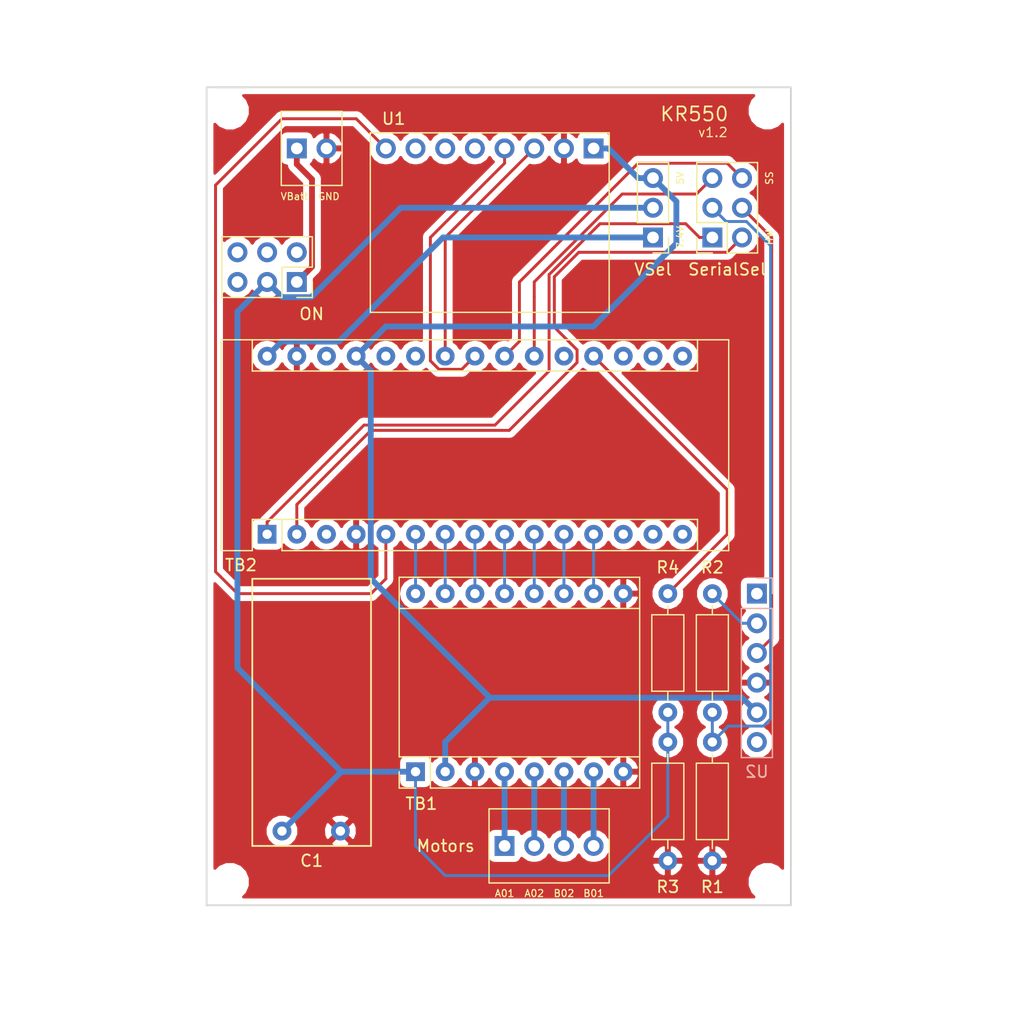
<source format=kicad_pcb>
(kicad_pcb (version 20171130) (host pcbnew 5.0.2+dfsg1-1~bpo9+1)

  (general
    (thickness 1.6)
    (drawings 21)
    (tracks 115)
    (zones 0)
    (modules 18)
    (nets 44)
  )

  (page A4)
  (layers
    (0 F.Cu signal)
    (31 B.Cu signal)
    (32 B.Adhes user hide)
    (33 F.Adhes user hide)
    (34 B.Paste user hide)
    (35 F.Paste user hide)
    (36 B.SilkS user)
    (37 F.SilkS user)
    (38 B.Mask user hide)
    (39 F.Mask user)
    (40 Dwgs.User user hide)
    (41 Cmts.User user hide)
    (42 Eco1.User user hide)
    (43 Eco2.User user hide)
    (44 Edge.Cuts user)
    (45 Margin user hide)
    (46 B.CrtYd user hide)
    (47 F.CrtYd user hide)
    (48 B.Fab user hide)
    (49 F.Fab user hide)
  )

  (setup
    (last_trace_width 0.25)
    (user_trace_width 0.5)
    (trace_clearance 0.2)
    (zone_clearance 0.508)
    (zone_45_only no)
    (trace_min 0.2)
    (segment_width 0.2)
    (edge_width 0.15)
    (via_size 0.8)
    (via_drill 0.4)
    (via_min_size 0.4)
    (via_min_drill 0.3)
    (uvia_size 0.3)
    (uvia_drill 0.1)
    (uvias_allowed no)
    (uvia_min_size 0.2)
    (uvia_min_drill 0.1)
    (pcb_text_width 0.3)
    (pcb_text_size 1.5 1.5)
    (mod_edge_width 0.15)
    (mod_text_size 1 1)
    (mod_text_width 0.15)
    (pad_size 2.2 2.2)
    (pad_drill 2.2)
    (pad_to_mask_clearance 0.051)
    (solder_mask_min_width 0.25)
    (aux_axis_origin 0 0)
    (visible_elements FFFFFF7F)
    (pcbplotparams
      (layerselection 0x010f0_ffffffff)
      (usegerberextensions true)
      (usegerberattributes false)
      (usegerberadvancedattributes false)
      (creategerberjobfile false)
      (excludeedgelayer true)
      (linewidth 0.100000)
      (plotframeref false)
      (viasonmask false)
      (mode 1)
      (useauxorigin false)
      (hpglpennumber 1)
      (hpglpenspeed 20)
      (hpglpendiameter 15.000000)
      (psnegative false)
      (psa4output false)
      (plotreference true)
      (plotvalue true)
      (plotinvisibletext false)
      (padsonsilk false)
      (subtractmaskfromsilk false)
      (outputformat 1)
      (mirror false)
      (drillshape 0)
      (scaleselection 1)
      (outputdirectory "gerber/"))
  )

  (net 0 "")
  (net 1 /VBatt)
  (net 2 "Net-(R1-Pad1)")
  (net 3 "Net-(R2-Pad1)")
  (net 4 "Net-(SW2-Pad6)")
  (net 5 "Net-(SW2-Pad5)")
  (net 6 "Net-(SW2-Pad4)")
  (net 7 "Net-(SW2-Pad3)")
  (net 8 "Net-(SW2-Pad1)")
  (net 9 +5V)
  (net 10 "Net-(TB1-Pad10)")
  (net 11 "Net-(TB1-Pad11)")
  (net 12 "Net-(TB1-Pad12)")
  (net 13 "Net-(TB1-Pad13)")
  (net 14 "Net-(TB1-Pad14)")
  (net 15 "Net-(TB1-Pad15)")
  (net 16 "Net-(TB1-Pad16)")
  (net 17 "Net-(TB2-Pad17)")
  (net 18 "Net-(TB2-Pad18)")
  (net 19 "Net-(TB2-Pad20)")
  (net 20 "Net-(TB2-Pad5)")
  (net 21 "Net-(TB2-Pad25)")
  (net 22 "Net-(TB2-Pad26)")
  (net 23 "Net-(TB2-Pad28)")
  (net 24 "Net-(U2-Pad1)")
  (net 25 "Net-(U2-Pad6)")
  (net 26 "Net-(J1-Pad1)")
  (net 27 "Net-(J1-Pad2)")
  (net 28 "Net-(J1-Pad3)")
  (net 29 "Net-(J1-Pad4)")
  (net 30 COM/GND)
  (net 31 "Net-(C1-Pad1)")
  (net 32 "Net-(J2-Pad1)")
  (net 33 "Net-(U1-Pad5)")
  (net 34 "Net-(U1-Pad6)")
  (net 35 "Net-(U1-Pad7)")
  (net 36 "Net-(SW1-Pad3)")
  (net 37 "Net-(R4-Pad1)")
  (net 38 "Net-(TB2-Pad23)")
  (net 39 "Net-(TB2-Pad24)")
  (net 40 "Net-(TB2-Pad13)")
  (net 41 "Net-(TB2-Pad14)")
  (net 42 "Net-(TB2-Pad15)")
  (net 43 "Net-(TB2-Pad16)")

  (net_class Default "This is the default net class."
    (clearance 0.2)
    (trace_width 0.25)
    (via_dia 0.8)
    (via_drill 0.4)
    (uvia_dia 0.3)
    (uvia_drill 0.1)
    (add_net +5V)
    (add_net /VBatt)
    (add_net COM/GND)
    (add_net "Net-(C1-Pad1)")
    (add_net "Net-(J1-Pad1)")
    (add_net "Net-(J1-Pad2)")
    (add_net "Net-(J1-Pad3)")
    (add_net "Net-(J1-Pad4)")
    (add_net "Net-(J2-Pad1)")
    (add_net "Net-(R1-Pad1)")
    (add_net "Net-(R2-Pad1)")
    (add_net "Net-(R4-Pad1)")
    (add_net "Net-(SW1-Pad3)")
    (add_net "Net-(SW2-Pad1)")
    (add_net "Net-(SW2-Pad3)")
    (add_net "Net-(SW2-Pad4)")
    (add_net "Net-(SW2-Pad5)")
    (add_net "Net-(SW2-Pad6)")
    (add_net "Net-(TB1-Pad10)")
    (add_net "Net-(TB1-Pad11)")
    (add_net "Net-(TB1-Pad12)")
    (add_net "Net-(TB1-Pad13)")
    (add_net "Net-(TB1-Pad14)")
    (add_net "Net-(TB1-Pad15)")
    (add_net "Net-(TB1-Pad16)")
    (add_net "Net-(TB2-Pad13)")
    (add_net "Net-(TB2-Pad14)")
    (add_net "Net-(TB2-Pad15)")
    (add_net "Net-(TB2-Pad16)")
    (add_net "Net-(TB2-Pad17)")
    (add_net "Net-(TB2-Pad18)")
    (add_net "Net-(TB2-Pad20)")
    (add_net "Net-(TB2-Pad23)")
    (add_net "Net-(TB2-Pad24)")
    (add_net "Net-(TB2-Pad25)")
    (add_net "Net-(TB2-Pad26)")
    (add_net "Net-(TB2-Pad28)")
    (add_net "Net-(TB2-Pad5)")
    (add_net "Net-(U1-Pad5)")
    (add_net "Net-(U1-Pad6)")
    (add_net "Net-(U1-Pad7)")
    (add_net "Net-(U2-Pad1)")
    (add_net "Net-(U2-Pad6)")
  )

  (module Module:Arduino_Nano (layer F.Cu) (tedit 5CB33C8D) (tstamp 5CB281BD)
    (at 100.33 80.01 90)
    (descr "Arduino Nano, http://www.mouser.com/pdfdocs/Gravitech_Arduino_Nano3_0.pdf")
    (tags "Arduino Nano")
    (path /5C9908EC)
    (fp_text reference TB2 (at -2.64 -2.24 180) (layer F.SilkS)
      (effects (font (size 1 1) (thickness 0.15)))
    )
    (fp_text value "Arduino Nano" (at 8.89 19.05 180) (layer F.Fab)
      (effects (font (size 1 1) (thickness 0.15)))
    )
    (fp_text user %R (at 6.35 19.05 180) (layer F.Fab)
      (effects (font (size 1 1) (thickness 0.15)))
    )
    (fp_line (start 1.27 1.27) (end 1.27 -1.27) (layer F.SilkS) (width 0.12))
    (fp_line (start 1.27 -1.27) (end -1.4 -1.27) (layer F.SilkS) (width 0.12))
    (fp_line (start -1.4 1.27) (end -1.4 39.5) (layer F.SilkS) (width 0.12))
    (fp_line (start -1.4 -3.94) (end -1.4 -1.27) (layer F.SilkS) (width 0.12))
    (fp_line (start 13.97 -1.27) (end 16.64 -1.27) (layer F.SilkS) (width 0.12))
    (fp_line (start 13.97 -1.27) (end 13.97 36.83) (layer F.SilkS) (width 0.12))
    (fp_line (start 13.97 36.83) (end 16.64 36.83) (layer F.SilkS) (width 0.12))
    (fp_line (start 1.27 1.27) (end -1.4 1.27) (layer F.SilkS) (width 0.12))
    (fp_line (start 1.27 1.27) (end 1.27 36.83) (layer F.SilkS) (width 0.12))
    (fp_line (start 1.27 36.83) (end -1.4 36.83) (layer F.SilkS) (width 0.12))
    (fp_line (start 3.81 31.75) (end 11.43 31.75) (layer F.Fab) (width 0.1))
    (fp_line (start 11.43 31.75) (end 11.43 41.91) (layer F.Fab) (width 0.1))
    (fp_line (start 11.43 41.91) (end 3.81 41.91) (layer F.Fab) (width 0.1))
    (fp_line (start 3.81 41.91) (end 3.81 31.75) (layer F.Fab) (width 0.1))
    (fp_line (start -1.4 39.5) (end 16.64 39.5) (layer F.SilkS) (width 0.12))
    (fp_line (start 16.64 39.5) (end 16.64 -3.94) (layer F.SilkS) (width 0.12))
    (fp_line (start 16.64 -3.94) (end -1.4 -3.94) (layer F.SilkS) (width 0.12))
    (fp_line (start 16.51 39.37) (end -1.27 39.37) (layer F.Fab) (width 0.1))
    (fp_line (start -1.27 39.37) (end -1.27 -2.54) (layer F.Fab) (width 0.1))
    (fp_line (start -1.27 -2.54) (end 0 -3.81) (layer F.Fab) (width 0.1))
    (fp_line (start 0 -3.81) (end 16.51 -3.81) (layer F.Fab) (width 0.1))
    (fp_line (start 16.51 -3.81) (end 16.51 39.37) (layer F.Fab) (width 0.1))
    (fp_line (start -1.53 -4.06) (end 16.75 -4.06) (layer F.CrtYd) (width 0.05))
    (fp_line (start -1.53 -4.06) (end -1.53 42.16) (layer F.CrtYd) (width 0.05))
    (fp_line (start 16.75 42.16) (end 16.75 -4.06) (layer F.CrtYd) (width 0.05))
    (fp_line (start 16.75 42.16) (end -1.53 42.16) (layer F.CrtYd) (width 0.05))
    (pad 1 thru_hole rect (at 0 0 90) (size 1.6 1.6) (drill 0.8) (layers *.Cu *.Mask)
      (net 8 "Net-(SW2-Pad1)"))
    (pad 17 thru_hole oval (at 15.24 33.02 90) (size 1.6 1.6) (drill 0.8) (layers *.Cu *.Mask)
      (net 17 "Net-(TB2-Pad17)"))
    (pad 2 thru_hole oval (at 0 2.54 90) (size 1.6 1.6) (drill 0.8) (layers *.Cu *.Mask)
      (net 6 "Net-(SW2-Pad4)"))
    (pad 18 thru_hole oval (at 15.24 30.48 90) (size 1.6 1.6) (drill 0.8) (layers *.Cu *.Mask)
      (net 18 "Net-(TB2-Pad18)"))
    (pad 3 thru_hole oval (at 0 5.08 90) (size 1.6 1.6) (drill 0.8) (layers *.Cu *.Mask))
    (pad 19 thru_hole oval (at 15.24 27.94 90) (size 1.6 1.6) (drill 0.8) (layers *.Cu *.Mask)
      (net 37 "Net-(R4-Pad1)"))
    (pad 4 thru_hole oval (at 0 7.62 90) (size 1.6 1.6) (drill 0.8) (layers *.Cu *.Mask)
      (net 30 COM/GND))
    (pad 20 thru_hole oval (at 15.24 25.4 90) (size 1.6 1.6) (drill 0.8) (layers *.Cu *.Mask)
      (net 19 "Net-(TB2-Pad20)"))
    (pad 5 thru_hole oval (at 0 10.16 90) (size 1.6 1.6) (drill 0.8) (layers *.Cu *.Mask)
      (net 20 "Net-(TB2-Pad5)"))
    (pad 21 thru_hole oval (at 15.24 22.86 90) (size 1.6 1.6) (drill 0.8) (layers *.Cu *.Mask)
      (net 7 "Net-(SW2-Pad3)"))
    (pad 6 thru_hole oval (at 0 12.7 90) (size 1.6 1.6) (drill 0.8) (layers *.Cu *.Mask)
      (net 16 "Net-(TB1-Pad16)"))
    (pad 22 thru_hole oval (at 15.24 20.32 90) (size 1.6 1.6) (drill 0.8) (layers *.Cu *.Mask)
      (net 4 "Net-(SW2-Pad6)"))
    (pad 7 thru_hole oval (at 0 15.24 90) (size 1.6 1.6) (drill 0.8) (layers *.Cu *.Mask)
      (net 15 "Net-(TB1-Pad15)"))
    (pad 23 thru_hole oval (at 15.24 17.78 90) (size 1.6 1.6) (drill 0.8) (layers *.Cu *.Mask)
      (net 38 "Net-(TB2-Pad23)"))
    (pad 8 thru_hole oval (at 0 17.78 90) (size 1.6 1.6) (drill 0.8) (layers *.Cu *.Mask)
      (net 14 "Net-(TB1-Pad14)"))
    (pad 24 thru_hole oval (at 15.24 15.24 90) (size 1.6 1.6) (drill 0.8) (layers *.Cu *.Mask)
      (net 39 "Net-(TB2-Pad24)"))
    (pad 9 thru_hole oval (at 0 20.32 90) (size 1.6 1.6) (drill 0.8) (layers *.Cu *.Mask)
      (net 13 "Net-(TB1-Pad13)"))
    (pad 25 thru_hole oval (at 15.24 12.7 90) (size 1.6 1.6) (drill 0.8) (layers *.Cu *.Mask)
      (net 21 "Net-(TB2-Pad25)"))
    (pad 10 thru_hole oval (at 0 22.86 90) (size 1.6 1.6) (drill 0.8) (layers *.Cu *.Mask)
      (net 12 "Net-(TB1-Pad12)"))
    (pad 26 thru_hole oval (at 15.24 10.16 90) (size 1.6 1.6) (drill 0.8) (layers *.Cu *.Mask)
      (net 22 "Net-(TB2-Pad26)"))
    (pad 11 thru_hole oval (at 0 25.4 90) (size 1.6 1.6) (drill 0.8) (layers *.Cu *.Mask)
      (net 11 "Net-(TB1-Pad11)"))
    (pad 27 thru_hole oval (at 15.24 7.62 90) (size 1.6 1.6) (drill 0.8) (layers *.Cu *.Mask)
      (net 9 +5V))
    (pad 12 thru_hole oval (at 0 27.94 90) (size 1.6 1.6) (drill 0.8) (layers *.Cu *.Mask)
      (net 10 "Net-(TB1-Pad10)"))
    (pad 28 thru_hole oval (at 15.24 5.08 90) (size 1.6 1.6) (drill 0.8) (layers *.Cu *.Mask)
      (net 23 "Net-(TB2-Pad28)"))
    (pad 13 thru_hole oval (at 0 30.48 90) (size 1.6 1.6) (drill 0.8) (layers *.Cu *.Mask)
      (net 40 "Net-(TB2-Pad13)"))
    (pad 29 thru_hole oval (at 15.24 2.54 90) (size 1.6 1.6) (drill 0.8) (layers *.Cu *.Mask)
      (net 30 COM/GND))
    (pad 14 thru_hole oval (at 0 33.02 90) (size 1.6 1.6) (drill 0.8) (layers *.Cu *.Mask)
      (net 41 "Net-(TB2-Pad14)"))
    (pad 30 thru_hole oval (at 15.24 0 90) (size 1.6 1.6) (drill 0.8) (layers *.Cu *.Mask)
      (net 32 "Net-(J2-Pad1)"))
    (pad 15 thru_hole oval (at 0 35.56 90) (size 1.6 1.6) (drill 0.8) (layers *.Cu *.Mask)
      (net 42 "Net-(TB2-Pad15)"))
    (pad 16 thru_hole oval (at 15.24 35.56 90) (size 1.6 1.6) (drill 0.8) (layers *.Cu *.Mask)
      (net 43 "Net-(TB2-Pad16)"))
    (model ${KISYS3DMOD}/Module.3dshapes/Arduino_Nano_WithMountingHoles.wrl
      (at (xyz 0 0 0))
      (scale (xyz 1 1 1))
      (rotate (xyz 0 0 0))
    )
  )

  (module POLOLU-713:C_2200uF_16v (layer F.Cu) (tedit 5CB6E3F3) (tstamp 5CB28099)
    (at 101.6 105.41)
    (descr "C, Radial series, Radial, pin pitch=5.00mm, diameter=10mm, height=20mm, Non-Polar Electrolytic Capacitor")
    (tags "C Radial series Radial pin pitch 5.00mm diameter 10mm height 20mm Non-Polar Electrolytic Capacitor")
    (path /5C985C54)
    (fp_text reference C1 (at 2.54 2.54) (layer F.SilkS)
      (effects (font (size 1 1) (thickness 0.15)))
    )
    (fp_text value 2200uF (at 2.54 2.54) (layer F.Fab)
      (effects (font (size 1 1) (thickness 0.15)))
    )
    (fp_line (start -2.54 -21.59) (end -2.54 1.27) (layer F.SilkS) (width 0.15))
    (fp_line (start 7.62 1.27) (end 7.62 -21.59) (layer F.SilkS) (width 0.15))
    (fp_text user %R (at 2.5 0) (layer F.Fab)
      (effects (font (size 1 1) (thickness 0.15)))
    )
    (fp_line (start 7.62 1.27) (end -2.54 1.27) (layer F.SilkS) (width 0.15))
    (fp_line (start -2.54 -21.59) (end 7.62 -21.59) (layer F.SilkS) (width 0.15))
    (fp_line (start -2.54 -19.05) (end -2.54 -19.05) (layer F.SilkS) (width 0.15))
    (fp_line (start -2.74 -21.79) (end 7.82 -21.79) (layer F.CrtYd) (width 0.15))
    (fp_line (start 7.82 -21.79) (end 7.82 1.47) (layer F.CrtYd) (width 0.15))
    (fp_line (start 7.82 1.47) (end -2.74 1.47) (layer F.CrtYd) (width 0.15))
    (fp_line (start -2.74 1.47) (end -2.74 -21.79) (layer F.CrtYd) (width 0.15))
    (fp_line (start 7.42 1.07) (end 7.42 -21.39) (layer F.Fab) (width 0.1))
    (fp_line (start 7.42 -21.39) (end -2.34 -21.39) (layer F.Fab) (width 0.1))
    (fp_line (start -2.34 -21.39) (end -2.34 1.07) (layer F.Fab) (width 0.1))
    (fp_line (start -2.34 1.07) (end 7.42 1.07) (layer F.Fab) (width 0.1))
    (pad 1 thru_hole circle (at 0 0) (size 1.6 1.6) (drill 0.8) (layers *.Cu *.Mask)
      (net 31 "Net-(C1-Pad1)"))
    (pad 2 thru_hole circle (at 5 0) (size 1.6 1.6) (drill 0.8) (layers *.Cu *.Mask)
      (net 30 COM/GND))
    (model ${KISYS3DMOD}/Capacitor_THT.3dshapes/C_Radial_D10.0mm_H20.0mm_P5.00mm.wrl
      (at (xyz 0 0 0))
      (scale (xyz 1 1 1))
      (rotate (xyz 0 0 0))
    )
  )

  (module POLOLU-713:Terminal_1x04_P2.54mm_Vertical (layer F.Cu) (tedit 5CB37D2F) (tstamp 5C9CAE9D)
    (at 120.65 106.68 90)
    (descr "Through hole straight pin header, 1x04, 2.54mm pitch, single row")
    (tags "Through hole pin header THT 1x04 2.54mm single row")
    (path /5C9C1A73)
    (fp_text reference J1 (at 0 10.36 180) (layer F.SilkS) hide
      (effects (font (size 1 1) (thickness 0.15)))
    )
    (fp_text value Motors (at -3.64 1.27 180) (layer F.Fab)
      (effects (font (size 1 1) (thickness 0.15)))
    )
    (fp_text user %R (at 0 10.36 180) (layer F.Fab)
      (effects (font (size 1 1) (thickness 0.15)))
    )
    (fp_line (start 3.64 -1.8) (end -3.64 -1.8) (layer F.CrtYd) (width 0.05))
    (fp_line (start 3.64 9.4) (end 3.64 -1.8) (layer F.CrtYd) (width 0.05))
    (fp_line (start -3.64 9.4) (end 3.64 9.4) (layer F.CrtYd) (width 0.05))
    (fp_line (start -3.64 -1.8) (end -3.64 9.4) (layer F.CrtYd) (width 0.05))
    (fp_line (start -3.17 -1.33) (end 3.17 -1.33) (layer F.SilkS) (width 0.12))
    (fp_line (start 3.17 -1.33) (end 3.17 8.95) (layer F.SilkS) (width 0.12))
    (fp_line (start -3.17 -1.33) (end -3.17 8.95) (layer F.SilkS) (width 0.12))
    (fp_line (start -3.17 8.95) (end 3.17 8.95) (layer F.SilkS) (width 0.12))
    (fp_line (start -3.11 -0.635) (end -2.475 -1.27) (layer F.Fab) (width 0.1))
    (fp_line (start -3.11 8.89) (end -3.11 -0.635) (layer F.Fab) (width 0.1))
    (fp_line (start 3.11 8.89) (end -3.11 8.89) (layer F.Fab) (width 0.1))
    (fp_line (start 3.11 -1.27) (end 3.11 8.89) (layer F.Fab) (width 0.1))
    (fp_line (start -2.475 -1.27) (end 3.11 -1.27) (layer F.Fab) (width 0.1))
    (pad 4 thru_hole oval (at 0 7.62 90) (size 1.7 1.7) (drill 1) (layers *.Cu *.Mask)
      (net 29 "Net-(J1-Pad4)"))
    (pad 3 thru_hole oval (at 0 5.08 90) (size 1.7 1.7) (drill 1) (layers *.Cu *.Mask)
      (net 28 "Net-(J1-Pad3)"))
    (pad 2 thru_hole oval (at 0 2.54 90) (size 1.7 1.7) (drill 1) (layers *.Cu *.Mask)
      (net 27 "Net-(J1-Pad2)"))
    (pad 1 thru_hole rect (at 0 0 90) (size 1.7 1.7) (drill 1) (layers *.Cu *.Mask)
      (net 26 "Net-(J1-Pad1)"))
    (model ${KISYS3DMOD}/Connector_PinHeader_2.54mm.3dshapes/PinHeader_1x04_P2.54mm_Vertical.wrl
      (at (xyz 0 0 0))
      (scale (xyz 1 1 1))
      (rotate (xyz 0 0 0))
    )
  )

  (module POLOLU-713:Terminal_1x02_P2.54mm_Vertical (layer F.Cu) (tedit 5CB37CD5) (tstamp 5C9FC133)
    (at 102.87 46.99 90)
    (descr "Through hole straight pin header, 1x02, 2.54mm pitch, single row")
    (tags "Through hole pin header THT 1x02 2.54mm single row")
    (path /5C98647C)
    (fp_text reference J3 (at -3.74 2.54 180) (layer F.SilkS) hide
      (effects (font (size 1 1) (thickness 0.15)))
    )
    (fp_text value "Batt Conn" (at -3.74 1.27 180) (layer F.Fab)
      (effects (font (size 1 1) (thickness 0.15)))
    )
    (fp_line (start -2.475 -1.27) (end 3.11 -1.27) (layer F.Fab) (width 0.1))
    (fp_line (start 3.11 -1.27) (end 3.11 3.81) (layer F.Fab) (width 0.1))
    (fp_line (start 3.11 3.81) (end -3.11 3.81) (layer F.Fab) (width 0.1))
    (fp_line (start -3.11 3.81) (end -3.11 -0.635) (layer F.Fab) (width 0.1))
    (fp_line (start -3.11 -0.635) (end -2.475 -1.27) (layer F.Fab) (width 0.1))
    (fp_line (start -3.17 3.87) (end 3.17 3.87) (layer F.SilkS) (width 0.12))
    (fp_line (start -3.17 -1.33) (end -3.17 3.87) (layer F.SilkS) (width 0.12))
    (fp_line (start 3.17 -1.33) (end 3.17 3.87) (layer F.SilkS) (width 0.12))
    (fp_line (start -3.17 -1.33) (end 3.17 -1.33) (layer F.SilkS) (width 0.12))
    (fp_line (start -3.64 -1.8) (end -3.64 4.35) (layer F.CrtYd) (width 0.05))
    (fp_line (start -3.64 4.35) (end 3.64 4.35) (layer F.CrtYd) (width 0.05))
    (fp_line (start 3.64 4.35) (end 3.64 -1.8) (layer F.CrtYd) (width 0.05))
    (fp_line (start 3.64 -1.8) (end -3.64 -1.8) (layer F.CrtYd) (width 0.05))
    (fp_text user %R (at 4.38 1.27 180) (layer F.Fab)
      (effects (font (size 1 1) (thickness 0.15)))
    )
    (pad 1 thru_hole rect (at 0 0 90) (size 1.7 1.7) (drill 1) (layers *.Cu *.Mask)
      (net 1 /VBatt))
    (pad 2 thru_hole oval (at 0 2.54 90) (size 1.7 1.7) (drill 1) (layers *.Cu *.Mask)
      (net 30 COM/GND))
    (model ${KISYS3DMOD}/Connector_PinHeader_2.54mm.3dshapes/PinHeader_1x02_P2.54mm_Vertical.wrl
      (at (xyz 0 0 0))
      (scale (xyz 1 1 1))
      (rotate (xyz 0 0 0))
    )
  )

  (module POLOLU-713:TB6612FNG (layer F.Cu) (tedit 5CB34374) (tstamp 5CB28180)
    (at 113.03 100.33 90)
    (descr "Pololu Breakout 16-pin 15.2x20.3mm 0.6x0.8\\")
    (tags "Pololu Breakout")
    (path /5C992277)
    (fp_text reference TB1 (at -2.74 0.5 180) (layer F.SilkS)
      (effects (font (size 1 1) (thickness 0.15)))
    )
    (fp_text value TB6612FNG (at 7.62 17.78 90) (layer F.Fab)
      (effects (font (size 1 1) (thickness 0.15)))
    )
    (fp_text user %R (at 7.62 0 90) (layer F.Fab)
      (effects (font (size 1 1) (thickness 0.15)))
    )
    (fp_line (start 13.97 -1.4) (end 13.97 19.18) (layer F.SilkS) (width 0.12))
    (fp_line (start 1.27 1.27) (end 1.27 19.18) (layer F.SilkS) (width 0.12))
    (fp_line (start 0 -1.4) (end -1.4 -1.4) (layer F.SilkS) (width 0.12))
    (fp_line (start -1.4 -1.4) (end -1.4 0) (layer F.SilkS) (width 0.12))
    (fp_line (start 1.27 -1.4) (end 1.27 1.27) (layer F.SilkS) (width 0.12))
    (fp_line (start 1.27 1.27) (end -1.4 1.27) (layer F.SilkS) (width 0.12))
    (fp_line (start -1.4 1.27) (end -1.4 19.18) (layer F.SilkS) (width 0.12))
    (fp_line (start -1.4 19.18) (end 16.64 19.18) (layer F.SilkS) (width 0.12))
    (fp_line (start 16.64 19.18) (end 16.64 -1.4) (layer F.SilkS) (width 0.12))
    (fp_line (start 16.64 -1.4) (end 1.27 -1.4) (layer F.SilkS) (width 0.12))
    (fp_line (start -1.27 0) (end 0 -1.27) (layer F.Fab) (width 0.1))
    (fp_line (start 0 -1.27) (end 16.51 -1.27) (layer F.Fab) (width 0.1))
    (fp_line (start 16.51 -1.27) (end 16.51 19.05) (layer F.Fab) (width 0.1))
    (fp_line (start 16.51 19.05) (end -1.27 19.05) (layer F.Fab) (width 0.1))
    (fp_line (start -1.27 19.05) (end -1.27 0) (layer F.Fab) (width 0.1))
    (fp_line (start -1.53 -1.52) (end 16.75 -1.52) (layer F.CrtYd) (width 0.05))
    (fp_line (start -1.53 -1.52) (end -1.53 19.3) (layer F.CrtYd) (width 0.05))
    (fp_line (start 16.75 19.3) (end 16.75 -1.52) (layer F.CrtYd) (width 0.05))
    (fp_line (start 16.75 19.3) (end -1.53 19.3) (layer F.CrtYd) (width 0.05))
    (pad 1 thru_hole rect (at 0 0 90) (size 1.6 1.6) (drill 0.8) (layers *.Cu *.Mask)
      (net 31 "Net-(C1-Pad1)"))
    (pad 9 thru_hole oval (at 15.24 17.78 90) (size 1.6 1.6) (drill 0.8) (layers *.Cu *.Mask)
      (net 30 COM/GND))
    (pad 2 thru_hole oval (at 0 2.54 90) (size 1.6 1.6) (drill 0.8) (layers *.Cu *.Mask)
      (net 9 +5V))
    (pad 10 thru_hole oval (at 15.24 15.24 90) (size 1.6 1.6) (drill 0.8) (layers *.Cu *.Mask)
      (net 10 "Net-(TB1-Pad10)"))
    (pad 3 thru_hole oval (at 0 5.08 90) (size 1.6 1.6) (drill 0.8) (layers *.Cu *.Mask)
      (net 30 COM/GND))
    (pad 11 thru_hole oval (at 15.24 12.7 90) (size 1.6 1.6) (drill 0.8) (layers *.Cu *.Mask)
      (net 11 "Net-(TB1-Pad11)"))
    (pad 4 thru_hole oval (at 0 7.62 90) (size 1.6 1.6) (drill 0.8) (layers *.Cu *.Mask)
      (net 26 "Net-(J1-Pad1)"))
    (pad 12 thru_hole oval (at 15.24 10.16 90) (size 1.6 1.6) (drill 0.8) (layers *.Cu *.Mask)
      (net 12 "Net-(TB1-Pad12)"))
    (pad 5 thru_hole oval (at 0 10.16 90) (size 1.6 1.6) (drill 0.8) (layers *.Cu *.Mask)
      (net 27 "Net-(J1-Pad2)"))
    (pad 13 thru_hole oval (at 15.24 7.62 90) (size 1.6 1.6) (drill 0.8) (layers *.Cu *.Mask)
      (net 13 "Net-(TB1-Pad13)"))
    (pad 6 thru_hole oval (at 0 12.7 90) (size 1.6 1.6) (drill 0.8) (layers *.Cu *.Mask)
      (net 28 "Net-(J1-Pad3)"))
    (pad 14 thru_hole oval (at 15.24 5.08 90) (size 1.6 1.6) (drill 0.8) (layers *.Cu *.Mask)
      (net 14 "Net-(TB1-Pad14)"))
    (pad 7 thru_hole oval (at 0 15.24 90) (size 1.6 1.6) (drill 0.8) (layers *.Cu *.Mask)
      (net 29 "Net-(J1-Pad4)"))
    (pad 15 thru_hole oval (at 15.24 2.54 90) (size 1.6 1.6) (drill 0.8) (layers *.Cu *.Mask)
      (net 15 "Net-(TB1-Pad15)"))
    (pad 8 thru_hole oval (at 0 17.78 90) (size 1.6 1.6) (drill 0.8) (layers *.Cu *.Mask)
      (net 30 COM/GND))
    (pad 16 thru_hole oval (at 15.24 0 90) (size 1.6 1.6) (drill 0.8) (layers *.Cu *.Mask)
      (net 16 "Net-(TB1-Pad16)"))
    (model ${KISYS3DMOD}/Module.3dshapes/Pololu_Breakout-16_15.2x20.3mm.wrl
      (at (xyz 0 0 0))
      (scale (xyz 1 1 1))
      (rotate (xyz 0 0 0))
    )
  )

  (module POLOLU-713:MPU6050 (layer F.Cu) (tedit 5CB33CEF) (tstamp 5CB281D9)
    (at 128.27 46.99 270)
    (descr "Through hole straight pin header, 1x08, 2.54mm pitch, single row")
    (tags "Through hole pin header THT 1x08 2.54mm single row")
    (path /5C980A69)
    (fp_text reference U1 (at -2.54 17.11) (layer F.SilkS)
      (effects (font (size 1 1) (thickness 0.15)))
    )
    (fp_text value MPU6050 (at -2.54 6.35) (layer F.Fab)
      (effects (font (size 1 1) (thickness 0.15)))
    )
    (fp_text user %R (at 15.24 0) (layer F.Fab)
      (effects (font (size 1 1) (thickness 0.15)))
    )
    (fp_line (start 14.5 -1.8) (end -1.8 -1.8) (layer F.CrtYd) (width 0.05))
    (fp_line (start 14.5 19.55) (end 14.5 -1.8) (layer F.CrtYd) (width 0.05))
    (fp_line (start -1.8 19.55) (end 14.5 19.55) (layer F.CrtYd) (width 0.05))
    (fp_line (start -1.8 -1.8) (end -1.8 19.55) (layer F.CrtYd) (width 0.05))
    (fp_line (start -1.33 -1.33) (end 14.03 -1.33) (layer F.SilkS) (width 0.12))
    (fp_line (start 14.03 -1.33) (end 14.03 19.11) (layer F.SilkS) (width 0.12))
    (fp_line (start -1.33 -1.33) (end -1.33 19.11) (layer F.SilkS) (width 0.12))
    (fp_line (start -1.33 19.11) (end 14.03 19.11) (layer F.SilkS) (width 0.12))
    (fp_line (start -1.27 -0.635) (end -0.635 -1.27) (layer F.Fab) (width 0.1))
    (fp_line (start -1.27 19.05) (end -1.27 -0.635) (layer F.Fab) (width 0.1))
    (fp_line (start 13.97 19.05) (end -1.27 19.05) (layer F.Fab) (width 0.1))
    (fp_line (start 13.97 -1.27) (end 13.97 19.05) (layer F.Fab) (width 0.1))
    (fp_line (start -0.635 -1.27) (end 13.97 -1.27) (layer F.Fab) (width 0.1))
    (pad 8 thru_hole oval (at 0 17.78 270) (size 1.7 1.7) (drill 1) (layers *.Cu *.Mask)
      (net 20 "Net-(TB2-Pad5)"))
    (pad 7 thru_hole oval (at 0 15.24 270) (size 1.7 1.7) (drill 1) (layers *.Cu *.Mask)
      (net 35 "Net-(U1-Pad7)"))
    (pad 6 thru_hole oval (at 0 12.7 270) (size 1.7 1.7) (drill 1) (layers *.Cu *.Mask)
      (net 34 "Net-(U1-Pad6)"))
    (pad 5 thru_hole oval (at 0 10.16 270) (size 1.7 1.7) (drill 1) (layers *.Cu *.Mask)
      (net 33 "Net-(U1-Pad5)"))
    (pad 4 thru_hole oval (at 0 7.62 270) (size 1.7 1.7) (drill 1) (layers *.Cu *.Mask)
      (net 38 "Net-(TB2-Pad23)"))
    (pad 3 thru_hole oval (at 0 5.08 270) (size 1.7 1.7) (drill 1) (layers *.Cu *.Mask)
      (net 39 "Net-(TB2-Pad24)"))
    (pad 2 thru_hole oval (at 0 2.54 270) (size 1.7 1.7) (drill 1) (layers *.Cu *.Mask)
      (net 30 COM/GND))
    (pad 1 thru_hole rect (at 0 0 270) (size 1.7 1.7) (drill 1) (layers *.Cu *.Mask)
      (net 9 +5V))
    (model ${KISYS3DMOD}/Connector_PinHeader_2.54mm.3dshapes/PinHeader_1x08_P2.54mm_Vertical.wrl
      (at (xyz 0 0 0))
      (scale (xyz 1 1 1))
      (rotate (xyz 0 0 0))
    )
  )

  (module Connector_PinHeader_2.54mm:PinHeader_1x03_P2.54mm_Vertical (layer F.Cu) (tedit 5CA0B26B) (tstamp 5C9FC11D)
    (at 133.35 54.61 180)
    (descr "Through hole straight pin header, 1x03, 2.54mm pitch, single row")
    (tags "Through hole pin header THT 1x03 2.54mm single row")
    (path /5C98D989)
    (fp_text reference J2 (at 0 -2.33 180) (layer F.SilkS) hide
      (effects (font (size 1 1) (thickness 0.15)))
    )
    (fp_text value VSel (at 2.54 0 270) (layer F.Fab)
      (effects (font (size 1 1) (thickness 0.15)))
    )
    (fp_line (start -0.635 -1.27) (end 1.27 -1.27) (layer F.Fab) (width 0.1))
    (fp_line (start 1.27 -1.27) (end 1.27 6.35) (layer F.Fab) (width 0.1))
    (fp_line (start 1.27 6.35) (end -1.27 6.35) (layer F.Fab) (width 0.1))
    (fp_line (start -1.27 6.35) (end -1.27 -0.635) (layer F.Fab) (width 0.1))
    (fp_line (start -1.27 -0.635) (end -0.635 -1.27) (layer F.Fab) (width 0.1))
    (fp_line (start -1.33 6.41) (end 1.33 6.41) (layer F.SilkS) (width 0.12))
    (fp_line (start -1.33 1.27) (end -1.33 6.41) (layer F.SilkS) (width 0.12))
    (fp_line (start 1.33 1.27) (end 1.33 6.41) (layer F.SilkS) (width 0.12))
    (fp_line (start -1.33 1.27) (end 1.33 1.27) (layer F.SilkS) (width 0.12))
    (fp_line (start -1.33 0) (end -1.33 -1.33) (layer F.SilkS) (width 0.12))
    (fp_line (start -1.33 -1.33) (end 0 -1.33) (layer F.SilkS) (width 0.12))
    (fp_line (start -1.8 -1.8) (end -1.8 6.85) (layer F.CrtYd) (width 0.05))
    (fp_line (start -1.8 6.85) (end 1.8 6.85) (layer F.CrtYd) (width 0.05))
    (fp_line (start 1.8 6.85) (end 1.8 -1.8) (layer F.CrtYd) (width 0.05))
    (fp_line (start 1.8 -1.8) (end -1.8 -1.8) (layer F.CrtYd) (width 0.05))
    (fp_text user %R (at 0 7.62) (layer F.Fab)
      (effects (font (size 1 1) (thickness 0.15)))
    )
    (pad 1 thru_hole rect (at 0 0 180) (size 1.7 1.7) (drill 1) (layers *.Cu *.Mask)
      (net 32 "Net-(J2-Pad1)"))
    (pad 2 thru_hole oval (at 0 2.54 180) (size 1.7 1.7) (drill 1) (layers *.Cu *.Mask)
      (net 31 "Net-(C1-Pad1)"))
    (pad 3 thru_hole oval (at 0 5.08 180) (size 1.7 1.7) (drill 1) (layers *.Cu *.Mask)
      (net 9 +5V))
    (model ${KISYS3DMOD}/Connector_PinHeader_2.54mm.3dshapes/PinHeader_1x03_P2.54mm_Vertical.wrl
      (at (xyz 0 0 0))
      (scale (xyz 1 1 1))
      (rotate (xyz 0 0 0))
    )
  )

  (module POLOLU-713:conn_03x02 (layer F.Cu) (tedit 5CA0B266) (tstamp 5C9CAEB9)
    (at 138.43 49.53)
    (descr "Through hole straight pin header, 2x03, 2.54mm pitch, double rows")
    (tags "Through hole pin header THT 2x03 2.54mm double row")
    (path /5C99829D)
    (fp_text reference SW2 (at 1.27 7.41 180) (layer F.SilkS) hide
      (effects (font (size 1 1) (thickness 0.15)))
    )
    (fp_text value SerialSel (at 1.27 7.62) (layer F.Fab)
      (effects (font (size 1 1) (thickness 0.15)))
    )
    (fp_line (start 0 6.35) (end 3.81 6.35) (layer F.Fab) (width 0.1))
    (fp_line (start 3.81 6.35) (end 3.81 -1.27) (layer F.Fab) (width 0.1))
    (fp_line (start 3.81 -1.27) (end -1.27 -1.27) (layer F.Fab) (width 0.1))
    (fp_line (start -1.27 -1.27) (end -1.27 5.08) (layer F.Fab) (width 0.1))
    (fp_line (start -1.27 5.08) (end 0 6.35) (layer F.Fab) (width 0.1))
    (fp_line (start -1.33 -1.33) (end 3.87 -1.33) (layer F.SilkS) (width 0.12))
    (fp_line (start -1.33 3.81) (end -1.33 -1.33) (layer F.SilkS) (width 0.12))
    (fp_line (start 3.87 6.41) (end 3.87 -1.33) (layer F.SilkS) (width 0.12))
    (fp_line (start -1.33 3.81) (end 1.27 3.81) (layer F.SilkS) (width 0.12))
    (fp_line (start 1.27 3.81) (end 1.27 6.41) (layer F.SilkS) (width 0.12))
    (fp_line (start 1.27 6.41) (end 3.87 6.41) (layer F.SilkS) (width 0.12))
    (fp_line (start -1.33 5.08) (end -1.33 6.41) (layer F.SilkS) (width 0.12))
    (fp_line (start -1.33 6.41) (end 0 6.41) (layer F.SilkS) (width 0.12))
    (fp_line (start -1.8 6.88) (end -1.8 -1.77) (layer F.CrtYd) (width 0.05))
    (fp_line (start -1.8 -1.77) (end 4.35 -1.77) (layer F.CrtYd) (width 0.05))
    (fp_line (start 4.35 -1.77) (end 4.35 6.88) (layer F.CrtYd) (width 0.05))
    (fp_line (start 4.35 6.88) (end -1.8 6.88) (layer F.CrtYd) (width 0.05))
    (fp_text user SW2 (at 1.27 -2.54) (layer F.Fab)
      (effects (font (size 1 1) (thickness 0.15)))
    )
    (pad 1 thru_hole rect (at 0 5.08 180) (size 1.7 1.7) (drill 1) (layers *.Cu *.Mask)
      (net 8 "Net-(SW2-Pad1)"))
    (pad 2 thru_hole oval (at 0 2.54 180) (size 1.7 1.7) (drill 1) (layers *.Cu *.Mask)
      (net 2 "Net-(R1-Pad1)"))
    (pad 3 thru_hole oval (at 0 0 180) (size 1.7 1.7) (drill 1) (layers *.Cu *.Mask)
      (net 7 "Net-(SW2-Pad3)"))
    (pad 4 thru_hole oval (at 2.54 5.08 180) (size 1.7 1.7) (drill 1) (layers *.Cu *.Mask)
      (net 6 "Net-(SW2-Pad4)"))
    (pad 5 thru_hole oval (at 2.54 2.54 180) (size 1.7 1.7) (drill 1) (layers *.Cu *.Mask)
      (net 5 "Net-(SW2-Pad5)"))
    (pad 6 thru_hole oval (at 2.54 0 180) (size 1.7 1.7) (drill 1) (layers *.Cu *.Mask)
      (net 4 "Net-(SW2-Pad6)"))
    (model ${KISYS3DMOD}/Connector_PinHeader_2.54mm.3dshapes/PinHeader_2x03_P2.54mm_Vertical.wrl
      (at (xyz 0 0 0))
      (scale (xyz 1 1 1))
      (rotate (xyz 0 0 0))
    )
  )

  (module POLOLU-713:conn_03x02 (layer F.Cu) (tedit 5CA0B4E8) (tstamp 5CB2813C)
    (at 97.79 58.42 90)
    (descr "Through hole straight pin header, 2x03, 2.54mm pitch, double rows")
    (tags "Through hole pin header THT 2x03 2.54mm double row")
    (path /5CB6A976)
    (fp_text reference SW1 (at 5.08 0) (layer F.SilkS) hide
      (effects (font (size 1 1) (thickness 0.15)))
    )
    (fp_text value Power (at 1.27 -2.33 270) (layer F.Fab)
      (effects (font (size 1 1) (thickness 0.15)))
    )
    (fp_line (start 0 6.35) (end 3.81 6.35) (layer F.Fab) (width 0.1))
    (fp_line (start 3.81 6.35) (end 3.81 -1.27) (layer F.Fab) (width 0.1))
    (fp_line (start 3.81 -1.27) (end -1.27 -1.27) (layer F.Fab) (width 0.1))
    (fp_line (start -1.27 -1.27) (end -1.27 5.08) (layer F.Fab) (width 0.1))
    (fp_line (start -1.27 5.08) (end 0 6.35) (layer F.Fab) (width 0.1))
    (fp_line (start -1.33 -1.33) (end 3.87 -1.33) (layer F.SilkS) (width 0.12))
    (fp_line (start -1.33 3.81) (end -1.33 -1.33) (layer F.SilkS) (width 0.12))
    (fp_line (start 3.87 6.41) (end 3.87 -1.33) (layer F.SilkS) (width 0.12))
    (fp_line (start -1.33 3.81) (end 1.27 3.81) (layer F.SilkS) (width 0.12))
    (fp_line (start 1.27 3.81) (end 1.27 6.41) (layer F.SilkS) (width 0.12))
    (fp_line (start 1.27 6.41) (end 3.87 6.41) (layer F.SilkS) (width 0.12))
    (fp_line (start -1.33 5.08) (end -1.33 6.41) (layer F.SilkS) (width 0.12))
    (fp_line (start -1.33 6.41) (end 0 6.41) (layer F.SilkS) (width 0.12))
    (fp_line (start -1.8 6.88) (end -1.8 -1.77) (layer F.CrtYd) (width 0.05))
    (fp_line (start -1.8 -1.77) (end 4.35 -1.77) (layer F.CrtYd) (width 0.05))
    (fp_line (start 4.35 -1.77) (end 4.35 6.88) (layer F.CrtYd) (width 0.05))
    (fp_line (start 4.35 6.88) (end -1.8 6.88) (layer F.CrtYd) (width 0.05))
    (fp_text user %R (at 5.08 5.08 180) (layer F.Fab)
      (effects (font (size 1 1) (thickness 0.15)))
    )
    (pad 1 thru_hole rect (at 0 5.08 270) (size 1.7 1.7) (drill 1) (layers *.Cu *.Mask)
      (net 1 /VBatt))
    (pad 2 thru_hole oval (at 0 2.54 270) (size 1.7 1.7) (drill 1) (layers *.Cu *.Mask)
      (net 31 "Net-(C1-Pad1)"))
    (pad 3 thru_hole oval (at 0 0 270) (size 1.7 1.7) (drill 1) (layers *.Cu *.Mask)
      (net 36 "Net-(SW1-Pad3)"))
    (pad 4 thru_hole oval (at 2.54 5.08 270) (size 1.7 1.7) (drill 1) (layers *.Cu *.Mask))
    (pad 5 thru_hole oval (at 2.54 2.54 270) (size 1.7 1.7) (drill 1) (layers *.Cu *.Mask))
    (pad 6 thru_hole oval (at 2.54 0 270) (size 1.7 1.7) (drill 1) (layers *.Cu *.Mask))
    (model ${KISYS3DMOD}/Connector_PinHeader_2.54mm.3dshapes/PinHeader_2x03_P2.54mm_Vertical.wrl
      (at (xyz 0 0 0))
      (scale (xyz 1 1 1))
      (rotate (xyz 0 0 0))
    )
  )

  (module MountingHole:MountingHole_2.2mm_M2_ISO7380 (layer F.Cu) (tedit 5C9A3FF1) (tstamp 5CA6D0DF)
    (at 143.15 43.75)
    (descr "Mounting Hole 2.2mm, no annular, M2, ISO7380")
    (tags "mounting hole 2.2mm no annular m2 iso7380")
    (attr virtual)
    (fp_text reference "" (at 0 -2.75) (layer F.SilkS)
      (effects (font (size 1 1) (thickness 0.15)))
    )
    (fp_text value "" (at 0 2.75) (layer F.Fab)
      (effects (font (size 1 1) (thickness 0.15)))
    )
    (fp_text user %R (at 0.3 0) (layer F.Fab)
      (effects (font (size 1 1) (thickness 0.15)))
    )
    (fp_circle (center 0 0) (end 1.75 0) (layer Cmts.User) (width 0.15))
    (fp_circle (center 0 0) (end 2 0) (layer F.CrtYd) (width 0.05))
    (pad 1 np_thru_hole circle (at 0 0) (size 2.2 2.2) (drill 2.2) (layers *.Cu *.Mask))
  )

  (module MountingHole:MountingHole_2.2mm_M2_ISO7380 (layer F.Cu) (tedit 5C9A3FF1) (tstamp 5CA6D0DF)
    (at 97.15 109.76)
    (descr "Mounting Hole 2.2mm, no annular, M2, ISO7380")
    (tags "mounting hole 2.2mm no annular m2 iso7380")
    (attr virtual)
    (fp_text reference "" (at 0 -2.75) (layer F.SilkS)
      (effects (font (size 1 1) (thickness 0.15)))
    )
    (fp_text value "" (at 0 2.75) (layer F.Fab)
      (effects (font (size 1 1) (thickness 0.15)))
    )
    (fp_circle (center 0 0) (end 2 0) (layer F.CrtYd) (width 0.05))
    (fp_circle (center 0 0) (end 1.75 0) (layer Cmts.User) (width 0.15))
    (fp_text user %R (at 0.3 0) (layer F.Fab)
      (effects (font (size 1 1) (thickness 0.15)))
    )
    (pad 1 np_thru_hole circle (at 0 0) (size 2.2 2.2) (drill 2.2) (layers *.Cu *.Mask))
  )

  (module MountingHole:MountingHole_2.2mm_M2_ISO7380 (layer F.Cu) (tedit 5C9A3FF1) (tstamp 5CA6D0DF)
    (at 97.15 43.76)
    (descr "Mounting Hole 2.2mm, no annular, M2, ISO7380")
    (tags "mounting hole 2.2mm no annular m2 iso7380")
    (attr virtual)
    (fp_text reference "" (at 0 -2.75) (layer F.SilkS)
      (effects (font (size 1 1) (thickness 0.15)))
    )
    (fp_text value "" (at 0 2.75) (layer F.Fab)
      (effects (font (size 1 1) (thickness 0.15)))
    )
    (fp_text user %R (at 0.3 0) (layer F.Fab)
      (effects (font (size 1 1) (thickness 0.15)))
    )
    (fp_circle (center 0 0) (end 1.75 0) (layer Cmts.User) (width 0.15))
    (fp_circle (center 0 0) (end 2 0) (layer F.CrtYd) (width 0.05))
    (pad 1 np_thru_hole circle (at 0 0) (size 2.2 2.2) (drill 2.2) (layers *.Cu *.Mask))
  )

  (module Resistor_THT:R_Axial_DIN0207_L6.3mm_D2.5mm_P10.16mm_Horizontal (layer F.Cu) (tedit 5C9AC563) (tstamp 5CB28109)
    (at 138.43 97.79 270)
    (descr "Resistor, Axial_DIN0207 series, Axial, Horizontal, pin pitch=10.16mm, 0.25W = 1/4W, length*diameter=6.3*2.5mm^2, http://cdn-reichelt.de/documents/datenblatt/B400/1_4W%23YAG.pdf")
    (tags "Resistor Axial_DIN0207 series Axial Horizontal pin pitch 10.16mm 0.25W = 1/4W length 6.3mm diameter 2.5mm")
    (path /5C9812D3)
    (fp_text reference R1 (at 12.4 0) (layer F.SilkS)
      (effects (font (size 1 1) (thickness 0.15)))
    )
    (fp_text value 2K (at 3.81 0) (layer F.Fab)
      (effects (font (size 1 1) (thickness 0.15)))
    )
    (fp_text user %R (at 6.35 0) (layer F.Fab)
      (effects (font (size 1 1) (thickness 0.15)))
    )
    (fp_line (start 11.21 -1.5) (end -1.05 -1.5) (layer F.CrtYd) (width 0.05))
    (fp_line (start 11.21 1.5) (end 11.21 -1.5) (layer F.CrtYd) (width 0.05))
    (fp_line (start -1.05 1.5) (end 11.21 1.5) (layer F.CrtYd) (width 0.05))
    (fp_line (start -1.05 -1.5) (end -1.05 1.5) (layer F.CrtYd) (width 0.05))
    (fp_line (start 9.12 0) (end 8.35 0) (layer F.SilkS) (width 0.12))
    (fp_line (start 1.04 0) (end 1.81 0) (layer F.SilkS) (width 0.12))
    (fp_line (start 8.35 -1.37) (end 1.81 -1.37) (layer F.SilkS) (width 0.12))
    (fp_line (start 8.35 1.37) (end 8.35 -1.37) (layer F.SilkS) (width 0.12))
    (fp_line (start 1.81 1.37) (end 8.35 1.37) (layer F.SilkS) (width 0.12))
    (fp_line (start 1.81 -1.37) (end 1.81 1.37) (layer F.SilkS) (width 0.12))
    (fp_line (start 10.16 0) (end 8.23 0) (layer F.Fab) (width 0.1))
    (fp_line (start 0 0) (end 1.93 0) (layer F.Fab) (width 0.1))
    (fp_line (start 8.23 -1.25) (end 1.93 -1.25) (layer F.Fab) (width 0.1))
    (fp_line (start 8.23 1.25) (end 8.23 -1.25) (layer F.Fab) (width 0.1))
    (fp_line (start 1.93 1.25) (end 8.23 1.25) (layer F.Fab) (width 0.1))
    (fp_line (start 1.93 -1.25) (end 1.93 1.25) (layer F.Fab) (width 0.1))
    (pad 2 thru_hole oval (at 10.16 0 270) (size 1.6 1.6) (drill 0.8) (layers *.Cu *.Mask)
      (net 30 COM/GND))
    (pad 1 thru_hole circle (at 0 0 270) (size 1.6 1.6) (drill 0.8) (layers *.Cu *.Mask)
      (net 2 "Net-(R1-Pad1)"))
    (model ${KISYS3DMOD}/Resistor_THT.3dshapes/R_Axial_DIN0207_L6.3mm_D2.5mm_P10.16mm_Horizontal.wrl
      (at (xyz 0 0 0))
      (scale (xyz 1 1 1))
      (rotate (xyz 0 0 0))
    )
  )

  (module Resistor_THT:R_Axial_DIN0207_L6.3mm_D2.5mm_P10.16mm_Horizontal (layer F.Cu) (tedit 5C9AC566) (tstamp 5CB7231D)
    (at 138.43 85.09 270)
    (descr "Resistor, Axial_DIN0207 series, Axial, Horizontal, pin pitch=10.16mm, 0.25W = 1/4W, length*diameter=6.3*2.5mm^2, http://cdn-reichelt.de/documents/datenblatt/B400/1_4W%23YAG.pdf")
    (tags "Resistor Axial_DIN0207 series Axial Horizontal pin pitch 10.16mm 0.25W = 1/4W length 6.3mm diameter 2.5mm")
    (path /5C98128C)
    (fp_text reference R2 (at -2.24 0 180) (layer F.SilkS)
      (effects (font (size 1 1) (thickness 0.15)))
    )
    (fp_text value 1K (at 6.35 0) (layer F.Fab)
      (effects (font (size 1 1) (thickness 0.15)))
    )
    (fp_line (start 1.93 -1.25) (end 1.93 1.25) (layer F.Fab) (width 0.1))
    (fp_line (start 1.93 1.25) (end 8.23 1.25) (layer F.Fab) (width 0.1))
    (fp_line (start 8.23 1.25) (end 8.23 -1.25) (layer F.Fab) (width 0.1))
    (fp_line (start 8.23 -1.25) (end 1.93 -1.25) (layer F.Fab) (width 0.1))
    (fp_line (start 0 0) (end 1.93 0) (layer F.Fab) (width 0.1))
    (fp_line (start 10.16 0) (end 8.23 0) (layer F.Fab) (width 0.1))
    (fp_line (start 1.81 -1.37) (end 1.81 1.37) (layer F.SilkS) (width 0.12))
    (fp_line (start 1.81 1.37) (end 8.35 1.37) (layer F.SilkS) (width 0.12))
    (fp_line (start 8.35 1.37) (end 8.35 -1.37) (layer F.SilkS) (width 0.12))
    (fp_line (start 8.35 -1.37) (end 1.81 -1.37) (layer F.SilkS) (width 0.12))
    (fp_line (start 1.04 0) (end 1.81 0) (layer F.SilkS) (width 0.12))
    (fp_line (start 9.12 0) (end 8.35 0) (layer F.SilkS) (width 0.12))
    (fp_line (start -1.05 -1.5) (end -1.05 1.5) (layer F.CrtYd) (width 0.05))
    (fp_line (start -1.05 1.5) (end 11.21 1.5) (layer F.CrtYd) (width 0.05))
    (fp_line (start 11.21 1.5) (end 11.21 -1.5) (layer F.CrtYd) (width 0.05))
    (fp_line (start 11.21 -1.5) (end -1.05 -1.5) (layer F.CrtYd) (width 0.05))
    (fp_text user %R (at 3.81 0) (layer F.Fab)
      (effects (font (size 1 1) (thickness 0.15)))
    )
    (pad 1 thru_hole circle (at 0 0 270) (size 1.6 1.6) (drill 0.8) (layers *.Cu *.Mask)
      (net 3 "Net-(R2-Pad1)"))
    (pad 2 thru_hole oval (at 10.16 0 270) (size 1.6 1.6) (drill 0.8) (layers *.Cu *.Mask)
      (net 2 "Net-(R1-Pad1)"))
    (model ${KISYS3DMOD}/Resistor_THT.3dshapes/R_Axial_DIN0207_L6.3mm_D2.5mm_P10.16mm_Horizontal.wrl
      (at (xyz 0 0 0))
      (scale (xyz 1 1 1))
      (rotate (xyz 0 0 0))
    )
  )

  (module Connector_PinHeader_2.54mm:PinHeader_1x06_P2.54mm_Vertical (layer B.Cu) (tedit 5CB33CC4) (tstamp 5CB281F3)
    (at 142.24 85.09 180)
    (descr "Through hole straight pin header, 1x06, 2.54mm pitch, single row")
    (tags "Through hole pin header THT 1x06 2.54mm single row")
    (path /5C9851A5)
    (fp_text reference U2 (at 0 -15.24) (layer B.SilkS)
      (effects (font (size 1 1) (thickness 0.15)) (justify mirror))
    )
    (fp_text value HC-05 (at 0 -15.24 180) (layer B.Fab)
      (effects (font (size 1 1) (thickness 0.15)) (justify mirror))
    )
    (fp_line (start -0.635 1.27) (end 1.27 1.27) (layer B.Fab) (width 0.1))
    (fp_line (start 1.27 1.27) (end 1.27 -13.97) (layer B.Fab) (width 0.1))
    (fp_line (start 1.27 -13.97) (end -1.27 -13.97) (layer B.Fab) (width 0.1))
    (fp_line (start -1.27 -13.97) (end -1.27 0.635) (layer B.Fab) (width 0.1))
    (fp_line (start -1.27 0.635) (end -0.635 1.27) (layer B.Fab) (width 0.1))
    (fp_line (start -1.33 -14.03) (end 1.33 -14.03) (layer B.SilkS) (width 0.12))
    (fp_line (start -1.33 -1.27) (end -1.33 -14.03) (layer B.SilkS) (width 0.12))
    (fp_line (start 1.33 -1.27) (end 1.33 -14.03) (layer B.SilkS) (width 0.12))
    (fp_line (start -1.33 -1.27) (end 1.33 -1.27) (layer B.SilkS) (width 0.12))
    (fp_line (start -1.33 0) (end -1.33 1.33) (layer B.SilkS) (width 0.12))
    (fp_line (start -1.33 1.33) (end 0 1.33) (layer B.SilkS) (width 0.12))
    (fp_line (start -1.8 1.8) (end -1.8 -14.5) (layer B.CrtYd) (width 0.05))
    (fp_line (start -1.8 -14.5) (end 1.8 -14.5) (layer B.CrtYd) (width 0.05))
    (fp_line (start 1.8 -14.5) (end 1.8 1.8) (layer B.CrtYd) (width 0.05))
    (fp_line (start 1.8 1.8) (end -1.8 1.8) (layer B.CrtYd) (width 0.05))
    (fp_text user %R (at 2.54 -6.35 90) (layer B.Fab)
      (effects (font (size 1 1) (thickness 0.15)) (justify mirror))
    )
    (pad 1 thru_hole rect (at 0 0 180) (size 1.7 1.7) (drill 1) (layers *.Cu *.Mask)
      (net 24 "Net-(U2-Pad1)"))
    (pad 2 thru_hole oval (at 0 -2.54 180) (size 1.7 1.7) (drill 1) (layers *.Cu *.Mask)
      (net 3 "Net-(R2-Pad1)"))
    (pad 3 thru_hole oval (at 0 -5.08 180) (size 1.7 1.7) (drill 1) (layers *.Cu *.Mask)
      (net 5 "Net-(SW2-Pad5)"))
    (pad 4 thru_hole oval (at 0 -7.62 180) (size 1.7 1.7) (drill 1) (layers *.Cu *.Mask)
      (net 30 COM/GND))
    (pad 5 thru_hole oval (at 0 -10.16 180) (size 1.7 1.7) (drill 1) (layers *.Cu *.Mask)
      (net 9 +5V))
    (pad 6 thru_hole oval (at 0 -12.7 180) (size 1.7 1.7) (drill 1) (layers *.Cu *.Mask)
      (net 25 "Net-(U2-Pad6)"))
    (model ${KISYS3DMOD}/Connector_PinHeader_2.54mm.3dshapes/PinHeader_1x06_P2.54mm_Vertical.wrl
      (at (xyz 0 0 0))
      (scale (xyz 1 1 1))
      (rotate (xyz 0 0 0))
    )
  )

  (module MountingHole:MountingHole_2.2mm_M2_ISO7380 (layer F.Cu) (tedit 5C9A3FF1) (tstamp 5CA6D06E)
    (at 143.15 109.76 180)
    (descr "Mounting Hole 2.2mm, no annular, M2, ISO7380")
    (tags "mounting hole 2.2mm no annular m2 iso7380")
    (attr virtual)
    (fp_text reference "" (at 0 -2.75 180) (layer F.SilkS)
      (effects (font (size 1 1) (thickness 0.15)))
    )
    (fp_text value "" (at 0 2.75 180) (layer F.Fab)
      (effects (font (size 1 1) (thickness 0.15)))
    )
    (fp_text user %R (at 0.3 0 180) (layer F.Fab)
      (effects (font (size 1 1) (thickness 0.15)))
    )
    (fp_circle (center 0 0) (end 1.75 0) (layer Cmts.User) (width 0.15))
    (fp_circle (center 0 0) (end 2 0) (layer F.CrtYd) (width 0.05))
    (pad 1 np_thru_hole circle (at 0 0 180) (size 2.2 2.2) (drill 2.2) (layers *.Cu *.Mask))
  )

  (module Resistor_THT:R_Axial_DIN0207_L6.3mm_D2.5mm_P10.16mm_Horizontal (layer F.Cu) (tedit 5AE5139B) (tstamp 5CB7248A)
    (at 134.62 97.79 270)
    (descr "Resistor, Axial_DIN0207 series, Axial, Horizontal, pin pitch=10.16mm, 0.25W = 1/4W, length*diameter=6.3*2.5mm^2, http://cdn-reichelt.de/documents/datenblatt/B400/1_4W%23YAG.pdf")
    (tags "Resistor Axial_DIN0207 series Axial Horizontal pin pitch 10.16mm 0.25W = 1/4W length 6.3mm diameter 2.5mm")
    (path /5CB7499D)
    (fp_text reference R3 (at 12.4 0) (layer F.SilkS)
      (effects (font (size 1 1) (thickness 0.15)))
    )
    (fp_text value 2K (at 6.35 0) (layer F.Fab)
      (effects (font (size 1 1) (thickness 0.15)))
    )
    (fp_text user %R (at 3.81 0) (layer F.Fab)
      (effects (font (size 1 1) (thickness 0.15)))
    )
    (fp_line (start 11.21 -1.5) (end -1.05 -1.5) (layer F.CrtYd) (width 0.05))
    (fp_line (start 11.21 1.5) (end 11.21 -1.5) (layer F.CrtYd) (width 0.05))
    (fp_line (start -1.05 1.5) (end 11.21 1.5) (layer F.CrtYd) (width 0.05))
    (fp_line (start -1.05 -1.5) (end -1.05 1.5) (layer F.CrtYd) (width 0.05))
    (fp_line (start 9.12 0) (end 8.35 0) (layer F.SilkS) (width 0.12))
    (fp_line (start 1.04 0) (end 1.81 0) (layer F.SilkS) (width 0.12))
    (fp_line (start 8.35 -1.37) (end 1.81 -1.37) (layer F.SilkS) (width 0.12))
    (fp_line (start 8.35 1.37) (end 8.35 -1.37) (layer F.SilkS) (width 0.12))
    (fp_line (start 1.81 1.37) (end 8.35 1.37) (layer F.SilkS) (width 0.12))
    (fp_line (start 1.81 -1.37) (end 1.81 1.37) (layer F.SilkS) (width 0.12))
    (fp_line (start 10.16 0) (end 8.23 0) (layer F.Fab) (width 0.1))
    (fp_line (start 0 0) (end 1.93 0) (layer F.Fab) (width 0.1))
    (fp_line (start 8.23 -1.25) (end 1.93 -1.25) (layer F.Fab) (width 0.1))
    (fp_line (start 8.23 1.25) (end 8.23 -1.25) (layer F.Fab) (width 0.1))
    (fp_line (start 1.93 1.25) (end 8.23 1.25) (layer F.Fab) (width 0.1))
    (fp_line (start 1.93 -1.25) (end 1.93 1.25) (layer F.Fab) (width 0.1))
    (pad 2 thru_hole oval (at 10.16 0 270) (size 1.6 1.6) (drill 0.8) (layers *.Cu *.Mask)
      (net 30 COM/GND))
    (pad 1 thru_hole circle (at 0 0 270) (size 1.6 1.6) (drill 0.8) (layers *.Cu *.Mask)
      (net 31 "Net-(C1-Pad1)"))
    (model ${KISYS3DMOD}/Resistor_THT.3dshapes/R_Axial_DIN0207_L6.3mm_D2.5mm_P10.16mm_Horizontal.wrl
      (at (xyz 0 0 0))
      (scale (xyz 1 1 1))
      (rotate (xyz 0 0 0))
    )
  )

  (module Resistor_THT:R_Axial_DIN0207_L6.3mm_D2.5mm_P10.16mm_Horizontal (layer F.Cu) (tedit 5AE5139B) (tstamp 5CB72CAB)
    (at 134.62 85.09 270)
    (descr "Resistor, Axial_DIN0207 series, Axial, Horizontal, pin pitch=10.16mm, 0.25W = 1/4W, length*diameter=6.3*2.5mm^2, http://cdn-reichelt.de/documents/datenblatt/B400/1_4W%23YAG.pdf")
    (tags "Resistor Axial_DIN0207 series Axial Horizontal pin pitch 10.16mm 0.25W = 1/4W length 6.3mm diameter 2.5mm")
    (path /5CB74883)
    (fp_text reference R4 (at -2.24 0) (layer F.SilkS)
      (effects (font (size 1 1) (thickness 0.15)))
    )
    (fp_text value 2K (at 6.35 0) (layer F.Fab)
      (effects (font (size 1 1) (thickness 0.15)))
    )
    (fp_line (start 1.93 -1.25) (end 1.93 1.25) (layer F.Fab) (width 0.1))
    (fp_line (start 1.93 1.25) (end 8.23 1.25) (layer F.Fab) (width 0.1))
    (fp_line (start 8.23 1.25) (end 8.23 -1.25) (layer F.Fab) (width 0.1))
    (fp_line (start 8.23 -1.25) (end 1.93 -1.25) (layer F.Fab) (width 0.1))
    (fp_line (start 0 0) (end 1.93 0) (layer F.Fab) (width 0.1))
    (fp_line (start 10.16 0) (end 8.23 0) (layer F.Fab) (width 0.1))
    (fp_line (start 1.81 -1.37) (end 1.81 1.37) (layer F.SilkS) (width 0.12))
    (fp_line (start 1.81 1.37) (end 8.35 1.37) (layer F.SilkS) (width 0.12))
    (fp_line (start 8.35 1.37) (end 8.35 -1.37) (layer F.SilkS) (width 0.12))
    (fp_line (start 8.35 -1.37) (end 1.81 -1.37) (layer F.SilkS) (width 0.12))
    (fp_line (start 1.04 0) (end 1.81 0) (layer F.SilkS) (width 0.12))
    (fp_line (start 9.12 0) (end 8.35 0) (layer F.SilkS) (width 0.12))
    (fp_line (start -1.05 -1.5) (end -1.05 1.5) (layer F.CrtYd) (width 0.05))
    (fp_line (start -1.05 1.5) (end 11.21 1.5) (layer F.CrtYd) (width 0.05))
    (fp_line (start 11.21 1.5) (end 11.21 -1.5) (layer F.CrtYd) (width 0.05))
    (fp_line (start 11.21 -1.5) (end -1.05 -1.5) (layer F.CrtYd) (width 0.05))
    (fp_text user %R (at 3.81 0) (layer F.Fab)
      (effects (font (size 1 1) (thickness 0.15)))
    )
    (pad 1 thru_hole circle (at 0 0 270) (size 1.6 1.6) (drill 0.8) (layers *.Cu *.Mask)
      (net 37 "Net-(R4-Pad1)"))
    (pad 2 thru_hole oval (at 10.16 0 270) (size 1.6 1.6) (drill 0.8) (layers *.Cu *.Mask)
      (net 31 "Net-(C1-Pad1)"))
    (model ${KISYS3DMOD}/Resistor_THT.3dshapes/R_Axial_DIN0207_L6.3mm_D2.5mm_P10.16mm_Horizontal.wrl
      (at (xyz 0 0 0))
      (scale (xyz 1 1 1))
      (rotate (xyz 0 0 0))
    )
  )

  (gr_text v1.2 (at 139.8 45.62) (layer F.SilkS)
    (effects (font (size 0.8 0.8) (thickness 0.1)) (justify right))
  )
  (gr_text KR550 (at 139.9 44.05) (layer F.SilkS)
    (effects (font (size 1.2 1.2) (thickness 0.15)) (justify right))
  )
  (gr_text B01 (at 128.27 110.74) (layer F.SilkS)
    (effects (font (size 0.6 0.6) (thickness 0.1)))
  )
  (gr_text B02 (at 125.73 110.74) (layer F.SilkS)
    (effects (font (size 0.6 0.6) (thickness 0.1)))
  )
  (gr_text A02 (at 123.19 110.74) (layer F.SilkS)
    (effects (font (size 0.6 0.6) (thickness 0.1)))
  )
  (gr_text A01 (at 120.65 110.74) (layer F.SilkS)
    (effects (font (size 0.6 0.6) (thickness 0.1)))
  )
  (gr_text Motors (at 113.03 106.68) (layer F.SilkS)
    (effects (font (size 1 1) (thickness 0.15)) (justify left))
  )
  (gr_text 7.4V (at 135.69 54.61 90) (layer F.SilkS)
    (effects (font (size 0.6 0.6) (thickness 0.1)))
  )
  (gr_text 5V (at 135.69 49.53 90) (layer F.SilkS)
    (effects (font (size 0.6 0.6) (thickness 0.1)))
  )
  (gr_text VSel (at 133.35 57.35) (layer F.SilkS)
    (effects (font (size 1 1) (thickness 0.15)))
  )
  (gr_text SerialSel (at 139.7 57.35) (layer F.SilkS)
    (effects (font (size 1 1) (thickness 0.15)))
  )
  (gr_text SS (at 143.31 49.53 90) (layer F.SilkS)
    (effects (font (size 0.6 0.6) (thickness 0.1)))
  )
  (gr_text HW (at 143.31 54.61 90) (layer F.SilkS)
    (effects (font (size 0.6 0.6) (thickness 0.1)))
  )
  (gr_text ON (at 104.14 61.16) (layer F.SilkS)
    (effects (font (size 1 1) (thickness 0.15)))
  )
  (gr_text GND (at 105.61 51.1) (layer F.SilkS)
    (effects (font (size 0.6 0.6) (thickness 0.1)))
  )
  (gr_text VBatt (at 102.67 51.1) (layer F.SilkS)
    (effects (font (size 0.6 0.6) (thickness 0.1)))
  )
  (gr_line (start 96.02 41.76) (end 98.56 41.76) (layer Edge.Cuts) (width 0.15))
  (gr_line (start 95.15 111.76) (end 95.15 41.76) (layer Edge.Cuts) (width 0.15))
  (gr_line (start 145.15 111.76) (end 95.15 111.76) (layer Edge.Cuts) (width 0.15))
  (gr_line (start 145.15 41.76) (end 145.15 111.76) (layer Edge.Cuts) (width 0.15))
  (gr_line (start 95.15 41.76) (end 145.15 41.76) (layer Edge.Cuts) (width 0.15))

  (segment (start 104.170001 49.640001) (end 104.170001 57.119999) (width 0.5) (layer F.Cu) (net 1))
  (segment (start 104.170001 57.119999) (end 102.87 58.42) (width 0.5) (layer F.Cu) (net 1))
  (segment (start 102.87 48.34) (end 104.170001 49.640001) (width 0.5) (layer F.Cu) (net 1))
  (segment (start 102.87 46.99) (end 102.87 48.34) (width 0.5) (layer F.Cu) (net 1))
  (segment (start 141.344003 53.245001) (end 139.605001 53.245001) (width 0.25) (layer B.Cu) (net 2))
  (segment (start 143.415001 55.315999) (end 141.344003 53.245001) (width 0.25) (layer B.Cu) (net 2))
  (segment (start 143.415001 95.814001) (end 143.415001 55.315999) (width 0.25) (layer B.Cu) (net 2))
  (segment (start 139.605001 53.245001) (end 138.43 52.07) (width 0.25) (layer B.Cu) (net 2) (status 20))
  (segment (start 138.43 97.79) (end 138.43 95.82501) (width 0.25) (layer B.Cu) (net 2))
  (segment (start 142.804001 96.425001) (end 139.794999 96.425001) (width 0.25) (layer B.Cu) (net 2))
  (segment (start 143.415001 95.814001) (end 142.804001 96.425001) (width 0.25) (layer B.Cu) (net 2))
  (segment (start 139.794999 96.425001) (end 138.43 97.79) (width 0.25) (layer B.Cu) (net 2))
  (segment (start 140.97 87.63) (end 138.43 85.09) (width 0.25) (layer B.Cu) (net 3))
  (segment (start 142.24 87.63) (end 140.97 87.63) (width 0.25) (layer B.Cu) (net 3))
  (segment (start 139.7 48.26) (end 140.97 49.53) (width 0.25) (layer F.Cu) (net 4))
  (segment (start 120.65 64.77) (end 121.92 63.5) (width 0.25) (layer F.Cu) (net 4))
  (segment (start 121.92 63.5) (end 121.92 58.42) (width 0.25) (layer F.Cu) (net 4))
  (segment (start 132.08 48.26) (end 139.7 48.26) (width 0.25) (layer F.Cu) (net 4))
  (segment (start 121.92 58.42) (end 132.08 48.26) (width 0.25) (layer F.Cu) (net 4))
  (segment (start 142.24 90.17) (end 143.51 88.9) (width 0.25) (layer F.Cu) (net 5) (status 10))
  (segment (start 143.51 54.61) (end 140.97 52.07) (width 0.25) (layer F.Cu) (net 5) (status 20))
  (segment (start 143.51 88.9) (end 143.51 54.61) (width 0.25) (layer F.Cu) (net 5))
  (segment (start 102.87 77.47) (end 102.87 80.01) (width 0.25) (layer F.Cu) (net 6))
  (segment (start 109.22 71.12) (end 102.87 77.47) (width 0.25) (layer F.Cu) (net 6))
  (segment (start 121.045002 71.12) (end 109.22 71.12) (width 0.25) (layer F.Cu) (net 6))
  (segment (start 126.855001 65.310001) (end 121.045002 71.12) (width 0.25) (layer F.Cu) (net 6))
  (segment (start 126.855001 64.229999) (end 126.855001 65.310001) (width 0.25) (layer F.Cu) (net 6))
  (segment (start 124.91001 62.285008) (end 126.855001 64.229999) (width 0.25) (layer F.Cu) (net 6))
  (segment (start 124.91001 57.97281) (end 124.91001 62.285008) (width 0.25) (layer F.Cu) (net 6))
  (segment (start 140.97 54.61) (end 139.7 55.88) (width 0.25) (layer F.Cu) (net 6))
  (segment (start 127.00282 55.88) (end 124.91001 57.97281) (width 0.25) (layer F.Cu) (net 6))
  (segment (start 139.7 55.88) (end 127.00282 55.88) (width 0.25) (layer F.Cu) (net 6))
  (segment (start 138.43 49.53) (end 137.065001 50.894999) (width 0.25) (layer F.Cu) (net 7))
  (segment (start 137.065001 50.894999) (end 131.985001 50.894999) (width 0.25) (layer F.Cu) (net 7))
  (segment (start 123.19 59.69) (end 123.19 64.77) (width 0.25) (layer F.Cu) (net 7))
  (segment (start 131.985001 50.894999) (end 130.715001 50.894999) (width 0.25) (layer F.Cu) (net 7))
  (segment (start 130.715001 50.894999) (end 123.19 58.42) (width 0.25) (layer F.Cu) (net 7))
  (segment (start 123.19 58.42) (end 123.19 59.69) (width 0.25) (layer F.Cu) (net 7))
  (segment (start 100.33 78.96) (end 100.33 80.01) (width 0.25) (layer F.Cu) (net 8))
  (segment (start 119.83001 70.66999) (end 108.62001 70.66999) (width 0.25) (layer F.Cu) (net 8))
  (segment (start 124.46 66.04) (end 119.83001 70.66999) (width 0.25) (layer F.Cu) (net 8))
  (segment (start 108.62001 70.66999) (end 100.33 78.96) (width 0.25) (layer F.Cu) (net 8))
  (segment (start 124.46 57.78641) (end 124.46 66.04) (width 0.25) (layer F.Cu) (net 8))
  (segment (start 128.811411 53.434999) (end 124.46 57.78641) (width 0.25) (layer F.Cu) (net 8))
  (segment (start 136.154999 53.434999) (end 128.811411 53.434999) (width 0.25) (layer F.Cu) (net 8))
  (segment (start 138.43 54.61) (end 137.33 54.61) (width 0.25) (layer F.Cu) (net 8))
  (segment (start 137.33 54.61) (end 136.154999 53.434999) (width 0.25) (layer F.Cu) (net 8))
  (segment (start 109.200001 83.800001) (end 109.200001 66.020001) (width 0.5) (layer B.Cu) (net 9))
  (segment (start 107.95 64.77) (end 109.200001 66.020001) (width 0.5) (layer B.Cu) (net 9) (status 10))
  (segment (start 133.35 49.53) (end 132.08 49.53) (width 0.5) (layer B.Cu) (net 9))
  (segment (start 132.08 49.53) (end 129.54 46.99) (width 0.5) (layer B.Cu) (net 9))
  (segment (start 129.54 46.99) (end 128.27 46.99) (width 0.5) (layer B.Cu) (net 9))
  (segment (start 135.350011 51.530011) (end 133.35 49.53) (width 0.5) (layer B.Cu) (net 9))
  (segment (start 135.350011 55.119991) (end 128.240002 62.23) (width 0.5) (layer B.Cu) (net 9))
  (segment (start 135.350011 51.530011) (end 135.350011 55.119991) (width 0.5) (layer B.Cu) (net 9))
  (segment (start 110.49 62.23) (end 107.95 64.77) (width 0.5) (layer B.Cu) (net 9))
  (segment (start 128.240002 62.23) (end 110.49 62.23) (width 0.5) (layer B.Cu) (net 9))
  (segment (start 140.989999 93.999999) (end 119.399999 93.999999) (width 0.5) (layer B.Cu) (net 9))
  (segment (start 119.399999 93.999999) (end 119.38 93.98) (width 0.5) (layer B.Cu) (net 9))
  (segment (start 142.24 95.25) (end 140.989999 93.999999) (width 0.5) (layer B.Cu) (net 9))
  (segment (start 119.38 93.98) (end 109.200001 83.800001) (width 0.5) (layer B.Cu) (net 9))
  (segment (start 119.38 93.98) (end 115.57 97.79) (width 0.5) (layer B.Cu) (net 9))
  (segment (start 115.57 97.79) (end 115.57 100.33) (width 0.5) (layer B.Cu) (net 9))
  (segment (start 128.27 85.09) (end 128.27 80.01) (width 0.25) (layer B.Cu) (net 10) (status 30))
  (segment (start 125.73 85.09) (end 125.73 80.01) (width 0.25) (layer B.Cu) (net 11) (status 30))
  (segment (start 123.19 85.09) (end 123.19 80.01) (width 0.25) (layer B.Cu) (net 12) (status 30))
  (segment (start 120.65 85.09) (end 120.65 80.01) (width 0.25) (layer B.Cu) (net 13) (status 30))
  (segment (start 118.11 85.09) (end 118.11 80.01) (width 0.25) (layer B.Cu) (net 14) (status 30))
  (segment (start 115.57 85.09) (end 115.57 80.01) (width 0.25) (layer B.Cu) (net 15) (status 30))
  (segment (start 113.03 85.09) (end 113.03 80.01) (width 0.25) (layer B.Cu) (net 16) (status 30))
  (segment (start 110.49 83.82) (end 110.49 80.01) (width 0.25) (layer F.Cu) (net 20))
  (segment (start 109.22 85.09) (end 110.49 83.82) (width 0.25) (layer F.Cu) (net 20))
  (segment (start 97.79 85.09) (end 109.22 85.09) (width 0.25) (layer F.Cu) (net 20))
  (segment (start 95.914989 83.214989) (end 97.79 85.09) (width 0.25) (layer F.Cu) (net 20))
  (segment (start 110.49 46.99) (end 107.95 44.45) (width 0.25) (layer F.Cu) (net 20))
  (segment (start 107.95 44.45) (end 101.6 44.45) (width 0.25) (layer F.Cu) (net 20))
  (segment (start 95.914989 50.135011) (end 95.914989 83.214989) (width 0.25) (layer F.Cu) (net 20))
  (segment (start 101.6 44.45) (end 95.914989 50.135011) (width 0.25) (layer F.Cu) (net 20))
  (segment (start 120.65 100.33) (end 120.65 106.68) (width 0.5) (layer B.Cu) (net 26) (status 30))
  (segment (start 123.19 100.33) (end 123.19 106.68) (width 0.5) (layer B.Cu) (net 27) (status 30))
  (segment (start 125.73 100.33) (end 125.73 106.68) (width 0.5) (layer B.Cu) (net 28) (status 30))
  (segment (start 128.27 100.33) (end 128.27 106.68) (width 0.5) (layer B.Cu) (net 29) (status 30))
  (segment (start 101.630001 59.720001) (end 104.109999 59.720001) (width 0.5) (layer B.Cu) (net 31))
  (segment (start 100.33 58.42) (end 101.630001 59.720001) (width 0.5) (layer B.Cu) (net 31) (status 10))
  (segment (start 101.6 105.41) (end 106.68 100.33) (width 0.5) (layer B.Cu) (net 31) (status 10))
  (segment (start 106.68 100.33) (end 97.79 91.44) (width 0.5) (layer B.Cu) (net 31))
  (segment (start 99.480001 59.269999) (end 100.33 58.42) (width 0.5) (layer B.Cu) (net 31) (status 30))
  (segment (start 97.79 60.96) (end 99.480001 59.269999) (width 0.5) (layer B.Cu) (net 31) (status 20))
  (segment (start 97.79 91.44) (end 97.79 60.96) (width 0.5) (layer B.Cu) (net 31))
  (segment (start 113.03 100.33) (end 106.68 100.33) (width 0.5) (layer B.Cu) (net 31) (status 10))
  (segment (start 111.76 52.07) (end 104.109999 59.720001) (width 0.5) (layer B.Cu) (net 31))
  (segment (start 133.35 52.07) (end 111.76 52.07) (width 0.5) (layer B.Cu) (net 31))
  (segment (start 134.62 97.79) (end 134.62 104.14) (width 0.25) (layer B.Cu) (net 31))
  (segment (start 134.62 104.14) (end 129.54 109.22) (width 0.25) (layer B.Cu) (net 31))
  (segment (start 129.54 109.22) (end 115.57 109.22) (width 0.25) (layer B.Cu) (net 31))
  (segment (start 113.03 106.68) (end 113.03 100.33) (width 0.25) (layer B.Cu) (net 31))
  (segment (start 115.57 109.22) (end 113.03 106.68) (width 0.25) (layer B.Cu) (net 31))
  (segment (start 134.62 97.79) (end 134.62 95.82501) (width 0.25) (layer B.Cu) (net 31))
  (segment (start 101.580001 63.519999) (end 101.129999 63.970001) (width 0.5) (layer B.Cu) (net 32) (status 20))
  (segment (start 115.384002 54.61) (end 106.474003 63.519999) (width 0.5) (layer B.Cu) (net 32))
  (segment (start 101.129999 63.970001) (end 100.33 64.77) (width 0.5) (layer B.Cu) (net 32) (status 30))
  (segment (start 106.474003 63.519999) (end 101.580001 63.519999) (width 0.5) (layer B.Cu) (net 32))
  (segment (start 133.35 54.61) (end 115.384002 54.61) (width 0.5) (layer B.Cu) (net 32) (status 10))
  (segment (start 139.7 76.2) (end 128.27 64.77) (width 0.25) (layer F.Cu) (net 37))
  (segment (start 139.7 80.01) (end 134.62 85.09) (width 0.25) (layer F.Cu) (net 37))
  (segment (start 139.7 76.2) (end 139.7 80.01) (width 0.25) (layer F.Cu) (net 37))
  (segment (start 120.65 46.99) (end 120.65 48.26) (width 0.25) (layer F.Cu) (net 38))
  (segment (start 117.310001 65.569999) (end 118.11 64.77) (width 0.25) (layer F.Cu) (net 38))
  (segment (start 116.984999 65.895001) (end 117.310001 65.569999) (width 0.25) (layer F.Cu) (net 38))
  (segment (start 115.029999 65.895001) (end 116.984999 65.895001) (width 0.25) (layer F.Cu) (net 38))
  (segment (start 114.3 65.165002) (end 115.029999 65.895001) (width 0.25) (layer F.Cu) (net 38))
  (segment (start 114.3 54.61) (end 114.3 65.165002) (width 0.25) (layer F.Cu) (net 38))
  (segment (start 120.65 48.26) (end 114.3 54.61) (width 0.25) (layer F.Cu) (net 38))
  (segment (start 115.57 54.61) (end 115.57 64.77) (width 0.25) (layer F.Cu) (net 39))
  (segment (start 123.19 46.99) (end 115.57 54.61) (width 0.25) (layer F.Cu) (net 39))

  (zone (net 30) (net_name COM/GND) (layer F.Cu) (tstamp 5CE68861) (hatch edge 0.508)
    (connect_pads (clearance 0.508))
    (min_thickness 0.254)
    (fill yes (arc_segments 16) (thermal_gap 0.508) (thermal_bridge_width 0.508))
    (polygon
      (pts
        (xy 77.47 34.29) (xy 165.1 34.29) (xy 165.1 121.92) (xy 77.47 121.92)
      )
    )
    (filled_polygon
      (pts
        (xy 141.679138 42.767201) (xy 141.415 43.404887) (xy 141.415 44.095113) (xy 141.679138 44.732799) (xy 142.167201 45.220862)
        (xy 142.804887 45.485) (xy 143.495113 45.485) (xy 144.132799 45.220862) (xy 144.44 44.913661) (xy 144.440001 108.59634)
        (xy 144.132799 108.289138) (xy 143.495113 108.025) (xy 142.804887 108.025) (xy 142.167201 108.289138) (xy 141.679138 108.777201)
        (xy 141.415 109.414887) (xy 141.415 110.105113) (xy 141.679138 110.742799) (xy 141.986339 111.05) (xy 98.313661 111.05)
        (xy 98.620862 110.742799) (xy 98.885 110.105113) (xy 98.885 109.414887) (xy 98.620862 108.777201) (xy 98.142702 108.299041)
        (xy 133.228086 108.299041) (xy 133.467611 108.805134) (xy 133.882577 109.181041) (xy 134.270961 109.341904) (xy 134.493 109.219915)
        (xy 134.493 108.077) (xy 134.747 108.077) (xy 134.747 109.219915) (xy 134.969039 109.341904) (xy 135.357423 109.181041)
        (xy 135.772389 108.805134) (xy 136.011914 108.299041) (xy 137.038086 108.299041) (xy 137.277611 108.805134) (xy 137.692577 109.181041)
        (xy 138.080961 109.341904) (xy 138.303 109.219915) (xy 138.303 108.077) (xy 138.557 108.077) (xy 138.557 109.219915)
        (xy 138.779039 109.341904) (xy 139.167423 109.181041) (xy 139.582389 108.805134) (xy 139.821914 108.299041) (xy 139.700629 108.077)
        (xy 138.557 108.077) (xy 138.303 108.077) (xy 137.159371 108.077) (xy 137.038086 108.299041) (xy 136.011914 108.299041)
        (xy 135.890629 108.077) (xy 134.747 108.077) (xy 134.493 108.077) (xy 133.349371 108.077) (xy 133.228086 108.299041)
        (xy 98.142702 108.299041) (xy 98.132799 108.289138) (xy 97.495113 108.025) (xy 96.804887 108.025) (xy 96.167201 108.289138)
        (xy 95.86 108.596339) (xy 95.86 105.124561) (xy 100.165 105.124561) (xy 100.165 105.695439) (xy 100.383466 106.222862)
        (xy 100.787138 106.626534) (xy 101.314561 106.845) (xy 101.885439 106.845) (xy 102.412862 106.626534) (xy 102.621651 106.417745)
        (xy 105.771861 106.417745) (xy 105.845995 106.663864) (xy 106.383223 106.856965) (xy 106.953454 106.829778) (xy 107.354005 106.663864)
        (xy 107.428139 106.417745) (xy 106.6 105.589605) (xy 105.771861 106.417745) (xy 102.621651 106.417745) (xy 102.816534 106.222862)
        (xy 103.035 105.695439) (xy 103.035 105.193223) (xy 105.153035 105.193223) (xy 105.180222 105.763454) (xy 105.346136 106.164005)
        (xy 105.592255 106.238139) (xy 106.420395 105.41) (xy 106.779605 105.41) (xy 107.607745 106.238139) (xy 107.853864 106.164005)
        (xy 107.973918 105.83) (xy 119.15256 105.83) (xy 119.15256 107.53) (xy 119.201843 107.777765) (xy 119.342191 107.987809)
        (xy 119.552235 108.128157) (xy 119.8 108.17744) (xy 121.5 108.17744) (xy 121.747765 108.128157) (xy 121.957809 107.987809)
        (xy 122.098157 107.777765) (xy 122.107184 107.732381) (xy 122.119375 107.750625) (xy 122.610582 108.078839) (xy 123.043744 108.165)
        (xy 123.336256 108.165) (xy 123.769418 108.078839) (xy 124.260625 107.750625) (xy 124.46 107.452239) (xy 124.659375 107.750625)
        (xy 125.150582 108.078839) (xy 125.583744 108.165) (xy 125.876256 108.165) (xy 126.309418 108.078839) (xy 126.800625 107.750625)
        (xy 127 107.452239) (xy 127.199375 107.750625) (xy 127.690582 108.078839) (xy 128.123744 108.165) (xy 128.416256 108.165)
        (xy 128.849418 108.078839) (xy 129.340625 107.750625) (xy 129.440628 107.600959) (xy 133.228086 107.600959) (xy 133.349371 107.823)
        (xy 134.493 107.823) (xy 134.493 106.680085) (xy 134.747 106.680085) (xy 134.747 107.823) (xy 135.890629 107.823)
        (xy 136.011914 107.600959) (xy 137.038086 107.600959) (xy 137.159371 107.823) (xy 138.303 107.823) (xy 138.303 106.680085)
        (xy 138.557 106.680085) (xy 138.557 107.823) (xy 139.700629 107.823) (xy 139.821914 107.600959) (xy 139.582389 107.094866)
        (xy 139.167423 106.718959) (xy 138.779039 106.558096) (xy 138.557 106.680085) (xy 138.303 106.680085) (xy 138.080961 106.558096)
        (xy 137.692577 106.718959) (xy 137.277611 107.094866) (xy 137.038086 107.600959) (xy 136.011914 107.600959) (xy 135.772389 107.094866)
        (xy 135.357423 106.718959) (xy 134.969039 106.558096) (xy 134.747 106.680085) (xy 134.493 106.680085) (xy 134.270961 106.558096)
        (xy 133.882577 106.718959) (xy 133.467611 107.094866) (xy 133.228086 107.600959) (xy 129.440628 107.600959) (xy 129.668839 107.259418)
        (xy 129.784092 106.68) (xy 129.668839 106.100582) (xy 129.340625 105.609375) (xy 128.849418 105.281161) (xy 128.416256 105.195)
        (xy 128.123744 105.195) (xy 127.690582 105.281161) (xy 127.199375 105.609375) (xy 127 105.907761) (xy 126.800625 105.609375)
        (xy 126.309418 105.281161) (xy 125.876256 105.195) (xy 125.583744 105.195) (xy 125.150582 105.281161) (xy 124.659375 105.609375)
        (xy 124.46 105.907761) (xy 124.260625 105.609375) (xy 123.769418 105.281161) (xy 123.336256 105.195) (xy 123.043744 105.195)
        (xy 122.610582 105.281161) (xy 122.119375 105.609375) (xy 122.107184 105.627619) (xy 122.098157 105.582235) (xy 121.957809 105.372191)
        (xy 121.747765 105.231843) (xy 121.5 105.18256) (xy 119.8 105.18256) (xy 119.552235 105.231843) (xy 119.342191 105.372191)
        (xy 119.201843 105.582235) (xy 119.15256 105.83) (xy 107.973918 105.83) (xy 108.046965 105.626777) (xy 108.019778 105.056546)
        (xy 107.853864 104.655995) (xy 107.607745 104.581861) (xy 106.779605 105.41) (xy 106.420395 105.41) (xy 105.592255 104.581861)
        (xy 105.346136 104.655995) (xy 105.153035 105.193223) (xy 103.035 105.193223) (xy 103.035 105.124561) (xy 102.816534 104.597138)
        (xy 102.621651 104.402255) (xy 105.771861 104.402255) (xy 106.6 105.230395) (xy 107.428139 104.402255) (xy 107.354005 104.156136)
        (xy 106.816777 103.963035) (xy 106.246546 103.990222) (xy 105.845995 104.156136) (xy 105.771861 104.402255) (xy 102.621651 104.402255)
        (xy 102.412862 104.193466) (xy 101.885439 103.975) (xy 101.314561 103.975) (xy 100.787138 104.193466) (xy 100.383466 104.597138)
        (xy 100.165 105.124561) (xy 95.86 105.124561) (xy 95.86 99.53) (xy 111.58256 99.53) (xy 111.58256 101.13)
        (xy 111.631843 101.377765) (xy 111.772191 101.587809) (xy 111.982235 101.728157) (xy 112.23 101.77744) (xy 113.83 101.77744)
        (xy 114.077765 101.728157) (xy 114.287809 101.587809) (xy 114.428157 101.377765) (xy 114.454785 101.243894) (xy 114.535423 101.364577)
        (xy 115.010091 101.68174) (xy 115.428667 101.765) (xy 115.711333 101.765) (xy 116.129909 101.68174) (xy 116.604577 101.364577)
        (xy 116.860947 100.980892) (xy 116.957611 101.185134) (xy 117.372577 101.561041) (xy 117.760961 101.721904) (xy 117.983 101.599915)
        (xy 117.983 100.457) (xy 117.963 100.457) (xy 117.963 100.203) (xy 117.983 100.203) (xy 117.983 99.060085)
        (xy 118.237 99.060085) (xy 118.237 100.203) (xy 118.257 100.203) (xy 118.257 100.457) (xy 118.237 100.457)
        (xy 118.237 101.599915) (xy 118.459039 101.721904) (xy 118.847423 101.561041) (xy 119.262389 101.185134) (xy 119.359053 100.980892)
        (xy 119.615423 101.364577) (xy 120.090091 101.68174) (xy 120.508667 101.765) (xy 120.791333 101.765) (xy 121.209909 101.68174)
        (xy 121.684577 101.364577) (xy 121.92 101.012242) (xy 122.155423 101.364577) (xy 122.630091 101.68174) (xy 123.048667 101.765)
        (xy 123.331333 101.765) (xy 123.749909 101.68174) (xy 124.224577 101.364577) (xy 124.46 101.012242) (xy 124.695423 101.364577)
        (xy 125.170091 101.68174) (xy 125.588667 101.765) (xy 125.871333 101.765) (xy 126.289909 101.68174) (xy 126.764577 101.364577)
        (xy 127 101.012242) (xy 127.235423 101.364577) (xy 127.710091 101.68174) (xy 128.128667 101.765) (xy 128.411333 101.765)
        (xy 128.829909 101.68174) (xy 129.304577 101.364577) (xy 129.560947 100.980892) (xy 129.657611 101.185134) (xy 130.072577 101.561041)
        (xy 130.460961 101.721904) (xy 130.683 101.599915) (xy 130.683 100.457) (xy 130.937 100.457) (xy 130.937 101.599915)
        (xy 131.159039 101.721904) (xy 131.547423 101.561041) (xy 131.962389 101.185134) (xy 132.201914 100.679041) (xy 132.080629 100.457)
        (xy 130.937 100.457) (xy 130.683 100.457) (xy 130.663 100.457) (xy 130.663 100.203) (xy 130.683 100.203)
        (xy 130.683 99.060085) (xy 130.937 99.060085) (xy 130.937 100.203) (xy 132.080629 100.203) (xy 132.201914 99.980959)
        (xy 131.962389 99.474866) (xy 131.547423 99.098959) (xy 131.159039 98.938096) (xy 130.937 99.060085) (xy 130.683 99.060085)
        (xy 130.460961 98.938096) (xy 130.072577 99.098959) (xy 129.657611 99.474866) (xy 129.560947 99.679108) (xy 129.304577 99.295423)
        (xy 128.829909 98.97826) (xy 128.411333 98.895) (xy 128.128667 98.895) (xy 127.710091 98.97826) (xy 127.235423 99.295423)
        (xy 127 99.647758) (xy 126.764577 99.295423) (xy 126.289909 98.97826) (xy 125.871333 98.895) (xy 125.588667 98.895)
        (xy 125.170091 98.97826) (xy 124.695423 99.295423) (xy 124.46 99.647758) (xy 124.224577 99.295423) (xy 123.749909 98.97826)
        (xy 123.331333 98.895) (xy 123.048667 98.895) (xy 122.630091 98.97826) (xy 122.155423 99.295423) (xy 121.92 99.647758)
        (xy 121.684577 99.295423) (xy 121.209909 98.97826) (xy 120.791333 98.895) (xy 120.508667 98.895) (xy 120.090091 98.97826)
        (xy 119.615423 99.295423) (xy 119.359053 99.679108) (xy 119.262389 99.474866) (xy 118.847423 99.098959) (xy 118.459039 98.938096)
        (xy 118.237 99.060085) (xy 117.983 99.060085) (xy 117.760961 98.938096) (xy 117.372577 99.098959) (xy 116.957611 99.474866)
        (xy 116.860947 99.679108) (xy 116.604577 99.295423) (xy 116.129909 98.97826) (xy 115.711333 98.895) (xy 115.428667 98.895)
        (xy 115.010091 98.97826) (xy 114.535423 99.295423) (xy 114.454785 99.416106) (xy 114.428157 99.282235) (xy 114.287809 99.072191)
        (xy 114.077765 98.931843) (xy 113.83 98.88256) (xy 112.23 98.88256) (xy 111.982235 98.931843) (xy 111.772191 99.072191)
        (xy 111.631843 99.282235) (xy 111.58256 99.53) (xy 95.86 99.53) (xy 95.86 95.25) (xy 133.156887 95.25)
        (xy 133.26826 95.809909) (xy 133.585423 96.284577) (xy 133.937168 96.519606) (xy 133.807138 96.573466) (xy 133.403466 96.977138)
        (xy 133.185 97.504561) (xy 133.185 98.075439) (xy 133.403466 98.602862) (xy 133.807138 99.006534) (xy 134.334561 99.225)
        (xy 134.905439 99.225) (xy 135.432862 99.006534) (xy 135.836534 98.602862) (xy 136.055 98.075439) (xy 136.055 97.504561)
        (xy 135.836534 96.977138) (xy 135.432862 96.573466) (xy 135.302832 96.519606) (xy 135.654577 96.284577) (xy 135.97174 95.809909)
        (xy 136.083113 95.25) (xy 136.966887 95.25) (xy 137.07826 95.809909) (xy 137.395423 96.284577) (xy 137.747168 96.519606)
        (xy 137.617138 96.573466) (xy 137.213466 96.977138) (xy 136.995 97.504561) (xy 136.995 98.075439) (xy 137.213466 98.602862)
        (xy 137.617138 99.006534) (xy 138.144561 99.225) (xy 138.715439 99.225) (xy 139.242862 99.006534) (xy 139.646534 98.602862)
        (xy 139.865 98.075439) (xy 139.865 97.504561) (xy 139.646534 96.977138) (xy 139.242862 96.573466) (xy 139.112832 96.519606)
        (xy 139.464577 96.284577) (xy 139.78174 95.809909) (xy 139.893113 95.25) (xy 140.725908 95.25) (xy 140.841161 95.829418)
        (xy 141.169375 96.320625) (xy 141.467761 96.52) (xy 141.169375 96.719375) (xy 140.841161 97.210582) (xy 140.725908 97.79)
        (xy 140.841161 98.369418) (xy 141.169375 98.860625) (xy 141.660582 99.188839) (xy 142.093744 99.275) (xy 142.386256 99.275)
        (xy 142.819418 99.188839) (xy 143.310625 98.860625) (xy 143.638839 98.369418) (xy 143.754092 97.79) (xy 143.638839 97.210582)
        (xy 143.310625 96.719375) (xy 143.012239 96.52) (xy 143.310625 96.320625) (xy 143.638839 95.829418) (xy 143.754092 95.25)
        (xy 143.638839 94.670582) (xy 143.310625 94.179375) (xy 142.991522 93.966157) (xy 143.121358 93.905183) (xy 143.511645 93.476924)
        (xy 143.681476 93.06689) (xy 143.560155 92.837) (xy 142.367 92.837) (xy 142.367 92.857) (xy 142.113 92.857)
        (xy 142.113 92.837) (xy 140.919845 92.837) (xy 140.798524 93.06689) (xy 140.968355 93.476924) (xy 141.358642 93.905183)
        (xy 141.488478 93.966157) (xy 141.169375 94.179375) (xy 140.841161 94.670582) (xy 140.725908 95.25) (xy 139.893113 95.25)
        (xy 139.78174 94.690091) (xy 139.464577 94.215423) (xy 138.989909 93.89826) (xy 138.571333 93.815) (xy 138.288667 93.815)
        (xy 137.870091 93.89826) (xy 137.395423 94.215423) (xy 137.07826 94.690091) (xy 136.966887 95.25) (xy 136.083113 95.25)
        (xy 135.97174 94.690091) (xy 135.654577 94.215423) (xy 135.179909 93.89826) (xy 134.761333 93.815) (xy 134.478667 93.815)
        (xy 134.060091 93.89826) (xy 133.585423 94.215423) (xy 133.26826 94.690091) (xy 133.156887 95.25) (xy 95.86 95.25)
        (xy 95.86 84.234801) (xy 97.199671 85.574473) (xy 97.242071 85.637929) (xy 97.493463 85.805904) (xy 97.715148 85.85)
        (xy 97.715153 85.85) (xy 97.79 85.864888) (xy 97.864847 85.85) (xy 109.145153 85.85) (xy 109.22 85.864888)
        (xy 109.294847 85.85) (xy 109.294852 85.85) (xy 109.516537 85.805904) (xy 109.767929 85.637929) (xy 109.810331 85.57447)
        (xy 110.294801 85.09) (xy 111.566887 85.09) (xy 111.67826 85.649909) (xy 111.995423 86.124577) (xy 112.470091 86.44174)
        (xy 112.888667 86.525) (xy 113.171333 86.525) (xy 113.589909 86.44174) (xy 114.064577 86.124577) (xy 114.3 85.772242)
        (xy 114.535423 86.124577) (xy 115.010091 86.44174) (xy 115.428667 86.525) (xy 115.711333 86.525) (xy 116.129909 86.44174)
        (xy 116.604577 86.124577) (xy 116.84 85.772242) (xy 117.075423 86.124577) (xy 117.550091 86.44174) (xy 117.968667 86.525)
        (xy 118.251333 86.525) (xy 118.669909 86.44174) (xy 119.144577 86.124577) (xy 119.38 85.772242) (xy 119.615423 86.124577)
        (xy 120.090091 86.44174) (xy 120.508667 86.525) (xy 120.791333 86.525) (xy 121.209909 86.44174) (xy 121.684577 86.124577)
        (xy 121.92 85.772242) (xy 122.155423 86.124577) (xy 122.630091 86.44174) (xy 123.048667 86.525) (xy 123.331333 86.525)
        (xy 123.749909 86.44174) (xy 124.224577 86.124577) (xy 124.46 85.772242) (xy 124.695423 86.124577) (xy 125.170091 86.44174)
        (xy 125.588667 86.525) (xy 125.871333 86.525) (xy 126.289909 86.44174) (xy 126.764577 86.124577) (xy 127 85.772242)
        (xy 127.235423 86.124577) (xy 127.710091 86.44174) (xy 128.128667 86.525) (xy 128.411333 86.525) (xy 128.829909 86.44174)
        (xy 129.304577 86.124577) (xy 129.560947 85.740892) (xy 129.657611 85.945134) (xy 130.072577 86.321041) (xy 130.460961 86.481904)
        (xy 130.683 86.359915) (xy 130.683 85.217) (xy 130.937 85.217) (xy 130.937 86.359915) (xy 131.159039 86.481904)
        (xy 131.547423 86.321041) (xy 131.962389 85.945134) (xy 132.201914 85.439041) (xy 132.080629 85.217) (xy 130.937 85.217)
        (xy 130.683 85.217) (xy 130.663 85.217) (xy 130.663 84.963) (xy 130.683 84.963) (xy 130.683 83.820085)
        (xy 130.937 83.820085) (xy 130.937 84.963) (xy 132.080629 84.963) (xy 132.201914 84.740959) (xy 131.962389 84.234866)
        (xy 131.547423 83.858959) (xy 131.159039 83.698096) (xy 130.937 83.820085) (xy 130.683 83.820085) (xy 130.460961 83.698096)
        (xy 130.072577 83.858959) (xy 129.657611 84.234866) (xy 129.560947 84.439108) (xy 129.304577 84.055423) (xy 128.829909 83.73826)
        (xy 128.411333 83.655) (xy 128.128667 83.655) (xy 127.710091 83.73826) (xy 127.235423 84.055423) (xy 127 84.407758)
        (xy 126.764577 84.055423) (xy 126.289909 83.73826) (xy 125.871333 83.655) (xy 125.588667 83.655) (xy 125.170091 83.73826)
        (xy 124.695423 84.055423) (xy 124.46 84.407758) (xy 124.224577 84.055423) (xy 123.749909 83.73826) (xy 123.331333 83.655)
        (xy 123.048667 83.655) (xy 122.630091 83.73826) (xy 122.155423 84.055423) (xy 121.92 84.407758) (xy 121.684577 84.055423)
        (xy 121.209909 83.73826) (xy 120.791333 83.655) (xy 120.508667 83.655) (xy 120.090091 83.73826) (xy 119.615423 84.055423)
        (xy 119.38 84.407758) (xy 119.144577 84.055423) (xy 118.669909 83.73826) (xy 118.251333 83.655) (xy 117.968667 83.655)
        (xy 117.550091 83.73826) (xy 117.075423 84.055423) (xy 116.84 84.407758) (xy 116.604577 84.055423) (xy 116.129909 83.73826)
        (xy 115.711333 83.655) (xy 115.428667 83.655) (xy 115.010091 83.73826) (xy 114.535423 84.055423) (xy 114.3 84.407758)
        (xy 114.064577 84.055423) (xy 113.589909 83.73826) (xy 113.171333 83.655) (xy 112.888667 83.655) (xy 112.470091 83.73826)
        (xy 111.995423 84.055423) (xy 111.67826 84.530091) (xy 111.566887 85.09) (xy 110.294801 85.09) (xy 110.974473 84.410329)
        (xy 111.037929 84.367929) (xy 111.205904 84.116537) (xy 111.25 83.894852) (xy 111.25 83.894848) (xy 111.264888 83.820001)
        (xy 111.25 83.745154) (xy 111.25 81.228043) (xy 111.524577 81.044577) (xy 111.76 80.692242) (xy 111.995423 81.044577)
        (xy 112.470091 81.36174) (xy 112.888667 81.445) (xy 113.171333 81.445) (xy 113.589909 81.36174) (xy 114.064577 81.044577)
        (xy 114.3 80.692242) (xy 114.535423 81.044577) (xy 115.010091 81.36174) (xy 115.428667 81.445) (xy 115.711333 81.445)
        (xy 116.129909 81.36174) (xy 116.604577 81.044577) (xy 116.84 80.692242) (xy 117.075423 81.044577) (xy 117.550091 81.36174)
        (xy 117.968667 81.445) (xy 118.251333 81.445) (xy 118.669909 81.36174) (xy 119.144577 81.044577) (xy 119.38 80.692242)
        (xy 119.615423 81.044577) (xy 120.090091 81.36174) (xy 120.508667 81.445) (xy 120.791333 81.445) (xy 121.209909 81.36174)
        (xy 121.684577 81.044577) (xy 121.92 80.692242) (xy 122.155423 81.044577) (xy 122.630091 81.36174) (xy 123.048667 81.445)
        (xy 123.331333 81.445) (xy 123.749909 81.36174) (xy 124.224577 81.044577) (xy 124.46 80.692242) (xy 124.695423 81.044577)
        (xy 125.170091 81.36174) (xy 125.588667 81.445) (xy 125.871333 81.445) (xy 126.289909 81.36174) (xy 126.764577 81.044577)
        (xy 127 80.692242) (xy 127.235423 81.044577) (xy 127.710091 81.36174) (xy 128.128667 81.445) (xy 128.411333 81.445)
        (xy 128.829909 81.36174) (xy 129.304577 81.044577) (xy 129.54 80.692242) (xy 129.775423 81.044577) (xy 130.250091 81.36174)
        (xy 130.668667 81.445) (xy 130.951333 81.445) (xy 131.369909 81.36174) (xy 131.844577 81.044577) (xy 132.08 80.692242)
        (xy 132.315423 81.044577) (xy 132.790091 81.36174) (xy 133.208667 81.445) (xy 133.491333 81.445) (xy 133.909909 81.36174)
        (xy 134.384577 81.044577) (xy 134.62 80.692242) (xy 134.855423 81.044577) (xy 135.330091 81.36174) (xy 135.748667 81.445)
        (xy 136.031333 81.445) (xy 136.449909 81.36174) (xy 136.924577 81.044577) (xy 137.24174 80.569909) (xy 137.353113 80.01)
        (xy 137.24174 79.450091) (xy 136.924577 78.975423) (xy 136.449909 78.65826) (xy 136.031333 78.575) (xy 135.748667 78.575)
        (xy 135.330091 78.65826) (xy 134.855423 78.975423) (xy 134.62 79.327758) (xy 134.384577 78.975423) (xy 133.909909 78.65826)
        (xy 133.491333 78.575) (xy 133.208667 78.575) (xy 132.790091 78.65826) (xy 132.315423 78.975423) (xy 132.08 79.327758)
        (xy 131.844577 78.975423) (xy 131.369909 78.65826) (xy 130.951333 78.575) (xy 130.668667 78.575) (xy 130.250091 78.65826)
        (xy 129.775423 78.975423) (xy 129.54 79.327758) (xy 129.304577 78.975423) (xy 128.829909 78.65826) (xy 128.411333 78.575)
        (xy 128.128667 78.575) (xy 127.710091 78.65826) (xy 127.235423 78.975423) (xy 127 79.327758) (xy 126.764577 78.975423)
        (xy 126.289909 78.65826) (xy 125.871333 78.575) (xy 125.588667 78.575) (xy 125.170091 78.65826) (xy 124.695423 78.975423)
        (xy 124.46 79.327758) (xy 124.224577 78.975423) (xy 123.749909 78.65826) (xy 123.331333 78.575) (xy 123.048667 78.575)
        (xy 122.630091 78.65826) (xy 122.155423 78.975423) (xy 121.92 79.327758) (xy 121.684577 78.975423) (xy 121.209909 78.65826)
        (xy 120.791333 78.575) (xy 120.508667 78.575) (xy 120.090091 78.65826) (xy 119.615423 78.975423) (xy 119.38 79.327758)
        (xy 119.144577 78.975423) (xy 118.669909 78.65826) (xy 118.251333 78.575) (xy 117.968667 78.575) (xy 117.550091 78.65826)
        (xy 117.075423 78.975423) (xy 116.84 79.327758) (xy 116.604577 78.975423) (xy 116.129909 78.65826) (xy 115.711333 78.575)
        (xy 115.428667 78.575) (xy 115.010091 78.65826) (xy 114.535423 78.975423) (xy 114.3 79.327758) (xy 114.064577 78.975423)
        (xy 113.589909 78.65826) (xy 113.171333 78.575) (xy 112.888667 78.575) (xy 112.470091 78.65826) (xy 111.995423 78.975423)
        (xy 111.76 79.327758) (xy 111.524577 78.975423) (xy 111.049909 78.65826) (xy 110.631333 78.575) (xy 110.348667 78.575)
        (xy 109.930091 78.65826) (xy 109.455423 78.975423) (xy 109.199053 79.359108) (xy 109.102389 79.154866) (xy 108.687423 78.778959)
        (xy 108.299039 78.618096) (xy 108.077 78.740085) (xy 108.077 79.883) (xy 108.097 79.883) (xy 108.097 80.137)
        (xy 108.077 80.137) (xy 108.077 81.279915) (xy 108.299039 81.401904) (xy 108.687423 81.241041) (xy 109.102389 80.865134)
        (xy 109.199053 80.660892) (xy 109.455423 81.044577) (xy 109.730001 81.228044) (xy 109.73 83.505198) (xy 108.905199 84.33)
        (xy 98.104802 84.33) (xy 96.674989 82.900188) (xy 96.674989 64.77) (xy 98.866887 64.77) (xy 98.97826 65.329909)
        (xy 99.295423 65.804577) (xy 99.770091 66.12174) (xy 100.188667 66.205) (xy 100.471333 66.205) (xy 100.889909 66.12174)
        (xy 101.364577 65.804577) (xy 101.620947 65.420892) (xy 101.717611 65.625134) (xy 102.132577 66.001041) (xy 102.520961 66.161904)
        (xy 102.743 66.039915) (xy 102.743 64.897) (xy 102.723 64.897) (xy 102.723 64.643) (xy 102.743 64.643)
        (xy 102.743 63.500085) (xy 102.520961 63.378096) (xy 102.132577 63.538959) (xy 101.717611 63.914866) (xy 101.620947 64.119108)
        (xy 101.364577 63.735423) (xy 100.889909 63.41826) (xy 100.471333 63.335) (xy 100.188667 63.335) (xy 99.770091 63.41826)
        (xy 99.295423 63.735423) (xy 98.97826 64.210091) (xy 98.866887 64.77) (xy 96.674989 64.77) (xy 96.674989 59.424197)
        (xy 96.719375 59.490625) (xy 97.210582 59.818839) (xy 97.643744 59.905) (xy 97.936256 59.905) (xy 98.369418 59.818839)
        (xy 98.860625 59.490625) (xy 99.06 59.192239) (xy 99.259375 59.490625) (xy 99.750582 59.818839) (xy 100.183744 59.905)
        (xy 100.476256 59.905) (xy 100.909418 59.818839) (xy 101.400625 59.490625) (xy 101.412816 59.472381) (xy 101.421843 59.517765)
        (xy 101.562191 59.727809) (xy 101.772235 59.868157) (xy 102.02 59.91744) (xy 103.72 59.91744) (xy 103.967765 59.868157)
        (xy 104.177809 59.727809) (xy 104.318157 59.517765) (xy 104.36744 59.27) (xy 104.36744 58.174139) (xy 104.734157 57.807422)
        (xy 104.80805 57.758048) (xy 104.883513 57.645111) (xy 104.9337 57.57) (xy 105.003653 57.465309) (xy 105.055001 57.207164)
        (xy 105.055001 57.207159) (xy 105.072338 57.12) (xy 105.055001 57.03284) (xy 105.055001 49.72716) (xy 105.072338 49.64)
        (xy 105.055001 49.552841) (xy 105.055001 49.552836) (xy 105.003653 49.294691) (xy 104.80805 49.001952) (xy 104.734157 48.952578)
        (xy 104.11881 48.337231) (xy 104.177809 48.297809) (xy 104.318157 48.087765) (xy 104.338739 47.984292) (xy 104.643076 48.261645)
        (xy 105.05311 48.431476) (xy 105.283 48.310155) (xy 105.283 47.117) (xy 105.537 47.117) (xy 105.537 48.310155)
        (xy 105.76689 48.431476) (xy 106.176924 48.261645) (xy 106.605183 47.871358) (xy 106.851486 47.346892) (xy 106.730819 47.117)
        (xy 105.537 47.117) (xy 105.283 47.117) (xy 105.263 47.117) (xy 105.263 46.863) (xy 105.283 46.863)
        (xy 105.283 45.669845) (xy 105.537 45.669845) (xy 105.537 46.863) (xy 106.730819 46.863) (xy 106.851486 46.633108)
        (xy 106.605183 46.108642) (xy 106.176924 45.718355) (xy 105.76689 45.548524) (xy 105.537 45.669845) (xy 105.283 45.669845)
        (xy 105.05311 45.548524) (xy 104.643076 45.718355) (xy 104.338739 45.995708) (xy 104.318157 45.892235) (xy 104.177809 45.682191)
        (xy 103.967765 45.541843) (xy 103.72 45.49256) (xy 102.02 45.49256) (xy 101.772235 45.541843) (xy 101.562191 45.682191)
        (xy 101.421843 45.892235) (xy 101.37256 46.14) (xy 101.37256 47.84) (xy 101.421843 48.087765) (xy 101.562191 48.297809)
        (xy 101.772235 48.438157) (xy 101.996042 48.482675) (xy 102.036348 48.685309) (xy 102.182576 48.904154) (xy 102.182578 48.904156)
        (xy 102.231952 48.978049) (xy 102.305845 49.027423) (xy 103.285001 50.00658) (xy 103.285002 54.448457) (xy 103.016256 54.395)
        (xy 102.723744 54.395) (xy 102.290582 54.481161) (xy 101.799375 54.809375) (xy 101.6 55.107761) (xy 101.400625 54.809375)
        (xy 100.909418 54.481161) (xy 100.476256 54.395) (xy 100.183744 54.395) (xy 99.750582 54.481161) (xy 99.259375 54.809375)
        (xy 99.06 55.107761) (xy 98.860625 54.809375) (xy 98.369418 54.481161) (xy 97.936256 54.395) (xy 97.643744 54.395)
        (xy 97.210582 54.481161) (xy 96.719375 54.809375) (xy 96.674989 54.875803) (xy 96.674989 50.449812) (xy 101.914802 45.21)
        (xy 107.635199 45.21) (xy 109.048791 46.623593) (xy 108.975908 46.99) (xy 109.091161 47.569418) (xy 109.419375 48.060625)
        (xy 109.910582 48.388839) (xy 110.343744 48.475) (xy 110.636256 48.475) (xy 111.069418 48.388839) (xy 111.560625 48.060625)
        (xy 111.76 47.762239) (xy 111.959375 48.060625) (xy 112.450582 48.388839) (xy 112.883744 48.475) (xy 113.176256 48.475)
        (xy 113.609418 48.388839) (xy 114.100625 48.060625) (xy 114.3 47.762239) (xy 114.499375 48.060625) (xy 114.990582 48.388839)
        (xy 115.423744 48.475) (xy 115.716256 48.475) (xy 116.149418 48.388839) (xy 116.640625 48.060625) (xy 116.84 47.762239)
        (xy 117.039375 48.060625) (xy 117.530582 48.388839) (xy 117.963744 48.475) (xy 118.256256 48.475) (xy 118.689418 48.388839)
        (xy 119.180625 48.060625) (xy 119.38 47.762239) (xy 119.579375 48.060625) (xy 119.696388 48.13881) (xy 113.81553 54.019669)
        (xy 113.752071 54.062071) (xy 113.584096 54.313464) (xy 113.54 54.535149) (xy 113.54 54.535153) (xy 113.525112 54.61)
        (xy 113.54 54.684847) (xy 113.540001 63.408333) (xy 113.171333 63.335) (xy 112.888667 63.335) (xy 112.470091 63.41826)
        (xy 111.995423 63.735423) (xy 111.76 64.087758) (xy 111.524577 63.735423) (xy 111.049909 63.41826) (xy 110.631333 63.335)
        (xy 110.348667 63.335) (xy 109.930091 63.41826) (xy 109.455423 63.735423) (xy 109.22 64.087758) (xy 108.984577 63.735423)
        (xy 108.509909 63.41826) (xy 108.091333 63.335) (xy 107.808667 63.335) (xy 107.390091 63.41826) (xy 106.915423 63.735423)
        (xy 106.68 64.087758) (xy 106.444577 63.735423) (xy 105.969909 63.41826) (xy 105.551333 63.335) (xy 105.268667 63.335)
        (xy 104.850091 63.41826) (xy 104.375423 63.735423) (xy 104.119053 64.119108) (xy 104.022389 63.914866) (xy 103.607423 63.538959)
        (xy 103.219039 63.378096) (xy 102.997 63.500085) (xy 102.997 64.643) (xy 103.017 64.643) (xy 103.017 64.897)
        (xy 102.997 64.897) (xy 102.997 66.039915) (xy 103.219039 66.161904) (xy 103.607423 66.001041) (xy 104.022389 65.625134)
        (xy 104.119053 65.420892) (xy 104.375423 65.804577) (xy 104.850091 66.12174) (xy 105.268667 66.205) (xy 105.551333 66.205)
        (xy 105.969909 66.12174) (xy 106.444577 65.804577) (xy 106.68 65.452242) (xy 106.915423 65.804577) (xy 107.390091 66.12174)
        (xy 107.808667 66.205) (xy 108.091333 66.205) (xy 108.509909 66.12174) (xy 108.984577 65.804577) (xy 109.22 65.452242)
        (xy 109.455423 65.804577) (xy 109.930091 66.12174) (xy 110.348667 66.205) (xy 110.631333 66.205) (xy 111.049909 66.12174)
        (xy 111.524577 65.804577) (xy 111.76 65.452242) (xy 111.995423 65.804577) (xy 112.470091 66.12174) (xy 112.888667 66.205)
        (xy 113.171333 66.205) (xy 113.589909 66.12174) (xy 113.944804 65.884607) (xy 114.439671 66.379476) (xy 114.48207 66.44293)
        (xy 114.545523 66.485328) (xy 114.545525 66.48533) (xy 114.670901 66.569103) (xy 114.733462 66.610905) (xy 114.955147 66.655001)
        (xy 114.955151 66.655001) (xy 115.029998 66.669889) (xy 115.104845 66.655001) (xy 116.910152 66.655001) (xy 116.984999 66.669889)
        (xy 117.059846 66.655001) (xy 117.059851 66.655001) (xy 117.281536 66.610905) (xy 117.532928 66.44293) (xy 117.57533 66.379471)
        (xy 117.786113 66.168688) (xy 117.968667 66.205) (xy 118.251333 66.205) (xy 118.669909 66.12174) (xy 119.144577 65.804577)
        (xy 119.38 65.452242) (xy 119.615423 65.804577) (xy 120.090091 66.12174) (xy 120.508667 66.205) (xy 120.791333 66.205)
        (xy 121.209909 66.12174) (xy 121.684577 65.804577) (xy 121.92 65.452242) (xy 122.155423 65.804577) (xy 122.630091 66.12174)
        (xy 123.048667 66.205) (xy 123.220198 66.205) (xy 119.515209 69.90999) (xy 108.694858 69.90999) (xy 108.62001 69.895102)
        (xy 108.545162 69.90999) (xy 108.545158 69.90999) (xy 108.323473 69.954086) (xy 108.072081 70.122061) (xy 108.029681 70.185517)
        (xy 99.84553 78.369669) (xy 99.782071 78.412071) (xy 99.681518 78.56256) (xy 99.53 78.56256) (xy 99.282235 78.611843)
        (xy 99.072191 78.752191) (xy 98.931843 78.962235) (xy 98.88256 79.21) (xy 98.88256 80.81) (xy 98.931843 81.057765)
        (xy 99.072191 81.267809) (xy 99.282235 81.408157) (xy 99.53 81.45744) (xy 101.13 81.45744) (xy 101.377765 81.408157)
        (xy 101.587809 81.267809) (xy 101.728157 81.057765) (xy 101.754785 80.923894) (xy 101.835423 81.044577) (xy 102.310091 81.36174)
        (xy 102.728667 81.445) (xy 103.011333 81.445) (xy 103.429909 81.36174) (xy 103.904577 81.044577) (xy 104.14 80.692242)
        (xy 104.375423 81.044577) (xy 104.850091 81.36174) (xy 105.268667 81.445) (xy 105.551333 81.445) (xy 105.969909 81.36174)
        (xy 106.444577 81.044577) (xy 106.700947 80.660892) (xy 106.797611 80.865134) (xy 107.212577 81.241041) (xy 107.600961 81.401904)
        (xy 107.823 81.279915) (xy 107.823 80.137) (xy 107.803 80.137) (xy 107.803 79.883) (xy 107.823 79.883)
        (xy 107.823 78.740085) (xy 107.600961 78.618096) (xy 107.212577 78.778959) (xy 106.797611 79.154866) (xy 106.700947 79.359108)
        (xy 106.444577 78.975423) (xy 105.969909 78.65826) (xy 105.551333 78.575) (xy 105.268667 78.575) (xy 104.850091 78.65826)
        (xy 104.375423 78.975423) (xy 104.14 79.327758) (xy 103.904577 78.975423) (xy 103.63 78.791957) (xy 103.63 77.784801)
        (xy 109.534802 71.88) (xy 120.970155 71.88) (xy 121.045002 71.894888) (xy 121.119849 71.88) (xy 121.119854 71.88)
        (xy 121.341539 71.835904) (xy 121.592931 71.667929) (xy 121.635333 71.60447) (xy 127.339477 65.900328) (xy 127.359101 65.887216)
        (xy 127.710091 66.12174) (xy 128.128667 66.205) (xy 128.411333 66.205) (xy 128.593887 66.168688) (xy 138.94 76.514802)
        (xy 138.940001 79.695197) (xy 134.958302 83.676897) (xy 134.905439 83.655) (xy 134.334561 83.655) (xy 133.807138 83.873466)
        (xy 133.403466 84.277138) (xy 133.185 84.804561) (xy 133.185 85.375439) (xy 133.403466 85.902862) (xy 133.807138 86.306534)
        (xy 134.334561 86.525) (xy 134.905439 86.525) (xy 135.432862 86.306534) (xy 135.836534 85.902862) (xy 136.055 85.375439)
        (xy 136.055 84.804561) (xy 136.995 84.804561) (xy 136.995 85.375439) (xy 137.213466 85.902862) (xy 137.617138 86.306534)
        (xy 138.144561 86.525) (xy 138.715439 86.525) (xy 139.242862 86.306534) (xy 139.646534 85.902862) (xy 139.865 85.375439)
        (xy 139.865 84.804561) (xy 139.646534 84.277138) (xy 139.242862 83.873466) (xy 138.715439 83.655) (xy 138.144561 83.655)
        (xy 137.617138 83.873466) (xy 137.213466 84.277138) (xy 136.995 84.804561) (xy 136.055 84.804561) (xy 136.033103 84.751698)
        (xy 140.184473 80.600329) (xy 140.247929 80.557929) (xy 140.415904 80.306537) (xy 140.46 80.084852) (xy 140.46 80.084847)
        (xy 140.474888 80.01) (xy 140.46 79.935153) (xy 140.46 76.274846) (xy 140.474888 76.199999) (xy 140.46 76.125152)
        (xy 140.46 76.125148) (xy 140.415904 75.903463) (xy 140.247929 75.652071) (xy 140.184473 75.609671) (xy 130.779801 66.205)
        (xy 130.951333 66.205) (xy 131.369909 66.12174) (xy 131.844577 65.804577) (xy 132.08 65.452242) (xy 132.315423 65.804577)
        (xy 132.790091 66.12174) (xy 133.208667 66.205) (xy 133.491333 66.205) (xy 133.909909 66.12174) (xy 134.384577 65.804577)
        (xy 134.62 65.452242) (xy 134.855423 65.804577) (xy 135.330091 66.12174) (xy 135.748667 66.205) (xy 136.031333 66.205)
        (xy 136.449909 66.12174) (xy 136.924577 65.804577) (xy 137.24174 65.329909) (xy 137.353113 64.77) (xy 137.24174 64.210091)
        (xy 136.924577 63.735423) (xy 136.449909 63.41826) (xy 136.031333 63.335) (xy 135.748667 63.335) (xy 135.330091 63.41826)
        (xy 134.855423 63.735423) (xy 134.62 64.087758) (xy 134.384577 63.735423) (xy 133.909909 63.41826) (xy 133.491333 63.335)
        (xy 133.208667 63.335) (xy 132.790091 63.41826) (xy 132.315423 63.735423) (xy 132.08 64.087758) (xy 131.844577 63.735423)
        (xy 131.369909 63.41826) (xy 130.951333 63.335) (xy 130.668667 63.335) (xy 130.250091 63.41826) (xy 129.775423 63.735423)
        (xy 129.54 64.087758) (xy 129.304577 63.735423) (xy 128.829909 63.41826) (xy 128.411333 63.335) (xy 128.128667 63.335)
        (xy 127.710091 63.41826) (xy 127.359101 63.652784) (xy 127.339474 63.63967) (xy 125.67001 61.970207) (xy 125.67001 58.287611)
        (xy 127.317622 56.64) (xy 139.625153 56.64) (xy 139.7 56.654888) (xy 139.774847 56.64) (xy 139.774852 56.64)
        (xy 139.996537 56.595904) (xy 140.247929 56.427929) (xy 140.290331 56.36447) (xy 140.603592 56.051209) (xy 140.823744 56.095)
        (xy 141.116256 56.095) (xy 141.549418 56.008839) (xy 142.040625 55.680625) (xy 142.368839 55.189418) (xy 142.47598 54.650782)
        (xy 142.750001 54.924804) (xy 142.75 83.59256) (xy 141.39 83.59256) (xy 141.142235 83.641843) (xy 140.932191 83.782191)
        (xy 140.791843 83.992235) (xy 140.74256 84.24) (xy 140.74256 85.94) (xy 140.791843 86.187765) (xy 140.932191 86.397809)
        (xy 141.142235 86.538157) (xy 141.187619 86.547184) (xy 141.169375 86.559375) (xy 140.841161 87.050582) (xy 140.725908 87.63)
        (xy 140.841161 88.209418) (xy 141.169375 88.700625) (xy 141.467761 88.9) (xy 141.169375 89.099375) (xy 140.841161 89.590582)
        (xy 140.725908 90.17) (xy 140.841161 90.749418) (xy 141.169375 91.240625) (xy 141.488478 91.453843) (xy 141.358642 91.514817)
        (xy 140.968355 91.943076) (xy 140.798524 92.35311) (xy 140.919845 92.583) (xy 142.113 92.583) (xy 142.113 92.563)
        (xy 142.367 92.563) (xy 142.367 92.583) (xy 143.560155 92.583) (xy 143.681476 92.35311) (xy 143.511645 91.943076)
        (xy 143.121358 91.514817) (xy 142.991522 91.453843) (xy 143.310625 91.240625) (xy 143.638839 90.749418) (xy 143.754092 90.17)
        (xy 143.681209 89.803592) (xy 143.994473 89.490329) (xy 144.057929 89.447929) (xy 144.225904 89.196537) (xy 144.27 88.974852)
        (xy 144.27 88.974848) (xy 144.284888 88.900001) (xy 144.27 88.825154) (xy 144.27 54.684846) (xy 144.284888 54.609999)
        (xy 144.27 54.535152) (xy 144.27 54.535148) (xy 144.225904 54.313463) (xy 144.10033 54.125528) (xy 144.100329 54.125526)
        (xy 144.100327 54.125524) (xy 144.057929 54.062071) (xy 143.994476 54.019673) (xy 142.411209 52.436408) (xy 142.484092 52.07)
        (xy 142.368839 51.490582) (xy 142.040625 50.999375) (xy 141.742239 50.8) (xy 142.040625 50.600625) (xy 142.368839 50.109418)
        (xy 142.484092 49.53) (xy 142.368839 48.950582) (xy 142.040625 48.459375) (xy 141.549418 48.131161) (xy 141.116256 48.045)
        (xy 140.823744 48.045) (xy 140.603592 48.088791) (xy 140.290331 47.77553) (xy 140.247929 47.712071) (xy 139.996537 47.544096)
        (xy 139.774852 47.5) (xy 139.774847 47.5) (xy 139.7 47.485112) (xy 139.625153 47.5) (xy 132.154848 47.5)
        (xy 132.08 47.485112) (xy 132.005152 47.5) (xy 132.005148 47.5) (xy 131.831605 47.53452) (xy 131.783462 47.544096)
        (xy 131.621111 47.652576) (xy 131.532071 47.712071) (xy 131.489671 47.775527) (xy 121.435528 57.829671) (xy 121.372072 57.872071)
        (xy 121.329672 57.935527) (xy 121.329671 57.935528) (xy 121.204097 58.123463) (xy 121.145112 58.42) (xy 121.160001 58.494852)
        (xy 121.16 63.185198) (xy 120.973886 63.371312) (xy 120.791333 63.335) (xy 120.508667 63.335) (xy 120.090091 63.41826)
        (xy 119.615423 63.735423) (xy 119.38 64.087758) (xy 119.144577 63.735423) (xy 118.669909 63.41826) (xy 118.251333 63.335)
        (xy 117.968667 63.335) (xy 117.550091 63.41826) (xy 117.075423 63.735423) (xy 116.84 64.087758) (xy 116.604577 63.735423)
        (xy 116.33 63.551957) (xy 116.33 54.924801) (xy 122.823593 48.431209) (xy 123.043744 48.475) (xy 123.336256 48.475)
        (xy 123.769418 48.388839) (xy 124.260625 48.060625) (xy 124.473843 47.741522) (xy 124.534817 47.871358) (xy 124.963076 48.261645)
        (xy 125.37311 48.431476) (xy 125.603 48.310155) (xy 125.603 47.117) (xy 125.583 47.117) (xy 125.583 46.863)
        (xy 125.603 46.863) (xy 125.603 45.669845) (xy 125.857 45.669845) (xy 125.857 46.863) (xy 125.877 46.863)
        (xy 125.877 47.117) (xy 125.857 47.117) (xy 125.857 48.310155) (xy 126.08689 48.431476) (xy 126.496924 48.261645)
        (xy 126.801261 47.984292) (xy 126.821843 48.087765) (xy 126.962191 48.297809) (xy 127.172235 48.438157) (xy 127.42 48.48744)
        (xy 129.12 48.48744) (xy 129.367765 48.438157) (xy 129.577809 48.297809) (xy 129.718157 48.087765) (xy 129.76744 47.84)
        (xy 129.76744 46.14) (xy 129.718157 45.892235) (xy 129.577809 45.682191) (xy 129.367765 45.541843) (xy 129.12 45.49256)
        (xy 127.42 45.49256) (xy 127.172235 45.541843) (xy 126.962191 45.682191) (xy 126.821843 45.892235) (xy 126.801261 45.995708)
        (xy 126.496924 45.718355) (xy 126.08689 45.548524) (xy 125.857 45.669845) (xy 125.603 45.669845) (xy 125.37311 45.548524)
        (xy 124.963076 45.718355) (xy 124.534817 46.108642) (xy 124.473843 46.238478) (xy 124.260625 45.919375) (xy 123.769418 45.591161)
        (xy 123.336256 45.505) (xy 123.043744 45.505) (xy 122.610582 45.591161) (xy 122.119375 45.919375) (xy 121.92 46.217761)
        (xy 121.720625 45.919375) (xy 121.229418 45.591161) (xy 120.796256 45.505) (xy 120.503744 45.505) (xy 120.070582 45.591161)
        (xy 119.579375 45.919375) (xy 119.38 46.217761) (xy 119.180625 45.919375) (xy 118.689418 45.591161) (xy 118.256256 45.505)
        (xy 117.963744 45.505) (xy 117.530582 45.591161) (xy 117.039375 45.919375) (xy 116.84 46.217761) (xy 116.640625 45.919375)
        (xy 116.149418 45.591161) (xy 115.716256 45.505) (xy 115.423744 45.505) (xy 114.990582 45.591161) (xy 114.499375 45.919375)
        (xy 114.3 46.217761) (xy 114.100625 45.919375) (xy 113.609418 45.591161) (xy 113.176256 45.505) (xy 112.883744 45.505)
        (xy 112.450582 45.591161) (xy 111.959375 45.919375) (xy 111.76 46.217761) (xy 111.560625 45.919375) (xy 111.069418 45.591161)
        (xy 110.636256 45.505) (xy 110.343744 45.505) (xy 110.123593 45.548791) (xy 108.540331 43.96553) (xy 108.497929 43.902071)
        (xy 108.246537 43.734096) (xy 108.024852 43.69) (xy 108.024847 43.69) (xy 107.95 43.675112) (xy 107.875153 43.69)
        (xy 101.674848 43.69) (xy 101.6 43.675112) (xy 101.525152 43.69) (xy 101.525148 43.69) (xy 101.351605 43.72452)
        (xy 101.303462 43.734096) (xy 101.116418 43.859076) (xy 101.052071 43.902071) (xy 101.009671 43.965527) (xy 95.86 49.115199)
        (xy 95.86 44.923661) (xy 96.167201 45.230862) (xy 96.804887 45.495) (xy 97.495113 45.495) (xy 98.132799 45.230862)
        (xy 98.620862 44.742799) (xy 98.885 44.105113) (xy 98.885 43.414887) (xy 98.620862 42.777201) (xy 98.313661 42.47)
        (xy 141.976339 42.47)
      )
    )
  )
)

</source>
